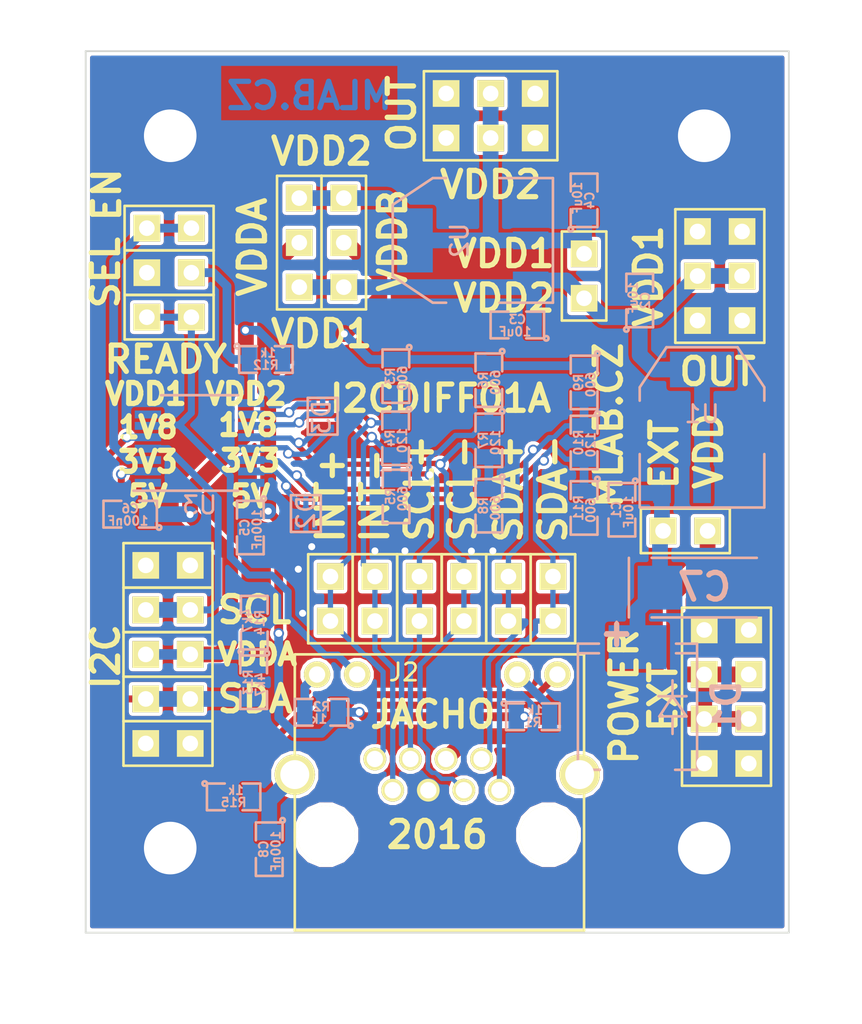
<source format=kicad_pcb>
(kicad_pcb (version 4) (host pcbnew "(2015-12-20 BZR 6390, Git 4e99c98)-product")
  (layers (0 F.Cu signal) (31 B.Cu signal) (34 B.Paste user) (35 F.Paste user) (36 B.SilkS user) (37 F.SilkS user) (38 B.Mask user) (39 F.Mask user) (44 Edge.Cuts user))
  (net 0 "")
  (net 1 VCC)
  (net 2 GND)
  (net 3 /VDD1)
  (net 4 /VDD2)
  (net 5 /VddB)
  (net 6 /VddA)
  (net 7 "Net-(J2-Pad12)")
  (net 8 /READY)
  (net 9 "Net-(J2-Pad10)")
  (net 10 /PIDENT)
  (net 11 /INT+)
  (net 12 /INT-)
  (net 13 /SCL-)
  (net 14 /SCL+)
  (net 15 /SDA+)
  (net 16 /SDA-)
  (net 17 "Net-(J14-Pad2)")
  (net 18 SDA)
  (net 19 SCL)
  (net 20 /EN)
  (net 21 VDD)
  (net 22 "Net-(C8-Pad1)")
  (module "Mlab_CON:RJHSE-5384(RJ45)" (layer F.Cu) (at 13.97 -5.842)
    (fp_text reference J2 (at 4.445 -9.271) (layer F.SilkS))
    (fp_text value RJ45_RJHSE-5384 hide)
    (pad "" np_thru_hole circle (at 0 0) (size 3.3 3.3) (drill 3.3) (layers *.Cu *.Mask F.SilkS))
    (pad "" np_thru_hole circle (at 12.7 0) (size 3.3 3.3) (drill 3.3) (layers *.Cu *.Mask F.SilkS))
    (pad 14 thru_hole circle (at 14.48 -3.43) (size 2.3 2.3) (drill 1.65) (layers *.Cu *.Mask F.SilkS))
    (pad 13 thru_hole circle (at -1.78 -3.43) (size 2.3 2.3) (drill 1.65) (layers *.Cu *.Mask F.SilkS) (net 22 "Net-(C8-Pad1)"))
    (pad 7 thru_hole circle (at 3.81 -2.54) (size 1.3 1.3) (drill 0.93) (layers *.Cu *.Mask F.SilkS) (net 12 /INT-))
    (pad 5 thru_hole circle (at 5.84 -2.54) (size 1.3 1.3) (drill 0.93) (layers *.Cu *.Mask F.SilkS) (net 2 GND))
    (pad 3 thru_hole circle (at 7.87 -2.54) (size 1.3 1.3) (drill 0.93) (layers *.Cu *.Mask F.SilkS) (net 13 /SCL-))
    (pad 1 thru_hole circle (at 9.9 -2.54) (size 1.3 1.3) (drill 0.93) (layers *.Cu *.Mask F.SilkS) (net 16 /SDA-))
    (pad 8 thru_hole circle (at 2.79 -4.32) (size 1.3 1.3) (drill 0.93) (layers *.Cu *.Mask F.SilkS) (net 11 /INT+))
    (pad 6 thru_hole circle (at 4.82 -4.32) (size 1.3 1.3) (drill 0.93) (layers *.Cu *.Mask F.SilkS) (net 14 /SCL+))
    (pad 4 thru_hole circle (at 6.85 -4.32) (size 1.3 1.3) (drill 0.93) (layers *.Cu *.Mask F.SilkS) (net 1 VCC))
    (pad 2 thru_hole circle (at 8.88 -4.32) (size 1.3 1.3) (drill 0.93) (layers *.Cu *.Mask F.SilkS) (net 15 /SDA+))
    (pad 9 thru_hole circle (at 13.21 -9.14) (size 1.5 1.5) (drill 0.93) (layers *.Cu *.Mask F.SilkS) (net 10 /PIDENT))
    (pad 10 thru_hole circle (at 10.92 -9.14) (size 1.5 1.5) (drill 0.93) (layers *.Cu *.Mask F.SilkS) (net 9 "Net-(J2-Pad10)"))
    (pad 11 thru_hole circle (at 1.78 -9.14) (size 1.5 1.5) (drill 0.93) (layers *.Cu *.Mask F.SilkS) (net 8 /READY))
    (pad 12 thru_hole circle (at -0.51 -9.14) (size 1.5 1.5) (drill 0.93) (layers *.Cu *.Mask F.SilkS) (net 7 "Net-(J2-Pad12)"))
  )
  (module Mlab_Pin_Headers:Straight_2x04 (layer F.Cu) (at 36.83 -13.716)
    (fp_text reference J1 hide)
    (fp_text value JUMP_4X2 hide)
    (pad 1 thru_hole rect (at -1.27 -3.81) (size 1.524 1.524) (drill 0.889) (layers *.Cu *.Mask F.SilkS) (net 2 GND))
    (pad 2 thru_hole rect (at 1.27 -3.81) (size 1.524 1.524) (drill 0.889) (layers *.Cu *.Mask F.SilkS) (net 2 GND))
    (pad 3 thru_hole rect (at -1.27 -1.27) (size 1.524 1.524) (drill 0.889) (layers *.Cu *.Mask F.SilkS) (net 1 VCC))
    (pad 4 thru_hole rect (at 1.27 -1.27) (size 1.524 1.524) (drill 0.889) (layers *.Cu *.Mask F.SilkS) (net 1 VCC))
    (pad 5 thru_hole rect (at -1.27 1.27) (size 1.524 1.524) (drill 0.889) (layers *.Cu *.Mask F.SilkS) (net 1 VCC))
    (pad 6 thru_hole rect (at 1.27 1.27) (size 1.524 1.524) (drill 0.889) (layers *.Cu *.Mask F.SilkS) (net 1 VCC))
    (pad 7 thru_hole rect (at -1.27 3.81) (size 1.524 1.524) (drill 0.889) (layers *.Cu *.Mask F.SilkS) (net 2 GND))
    (pad 8 thru_hole rect (at 1.27 3.81) (size 1.524 1.524) (drill 0.889) (layers *.Cu *.Mask F.SilkS) (net 2 GND))
  )
  (module MLAB_R:SMD-0805 (layer B.Cu) (at 30.861 -24.384 270)
    (fp_text reference C1 (at 0 0.3175 270) (layer B.SilkS) (effects (font (size 0.50038 0.50038) (thickness 0.10922)) (justify mirror)))
    (fp_text value 10uF (at 0.127 -0.381 270) (layer B.SilkS) (effects (font (size 0.50038 0.50038) (thickness 0.10922)) (justify mirror)))
    (pad 1 smd rect (at -0.9525 0 270) (size 0.889 1.397) (layers B.Cu B.Paste B.Mask) (net 21 VDD))
    (pad 2 smd rect (at 0.9525 0 270) (size 0.889 1.397) (layers B.Cu B.Paste B.Mask) (net 2 GND))
  )
  (module MLAB_R:SMD-0805 (layer B.Cu) (at 31.877 -36.322 90)
    (fp_text reference C2 (at 0 0.3175 90) (layer B.SilkS) (effects (font (size 0.50038 0.50038) (thickness 0.10922)) (justify mirror)))
    (fp_text value 10uF (at 0.127 -0.381 90) (layer B.SilkS) (effects (font (size 0.50038 0.50038) (thickness 0.10922)) (justify mirror)))
    (pad 1 smd rect (at -0.9525 0 90) (size 0.889 1.397) (layers B.Cu B.Paste B.Mask) (net 3 /VDD1))
    (pad 2 smd rect (at 0.9525 0 90) (size 0.889 1.397) (layers B.Cu B.Paste B.Mask) (net 2 GND))
  )
  (module MLAB_R:SMD-0805 (layer B.Cu) (at 24.892 -34.925 180)
    (fp_text reference C3 (at 0 0.3175 180) (layer B.SilkS) (effects (font (size 0.50038 0.50038) (thickness 0.10922)) (justify mirror)))
    (fp_text value 10uF (at 0.127 -0.381 180) (layer B.SilkS) (effects (font (size 0.50038 0.50038) (thickness 0.10922)) (justify mirror)))
    (pad 1 smd rect (at -0.9525 0 180) (size 0.889 1.397) (layers B.Cu B.Paste B.Mask) (net 3 /VDD1))
    (pad 2 smd rect (at 0.9525 0 180) (size 0.889 1.397) (layers B.Cu B.Paste B.Mask) (net 2 GND))
  )
  (module MLAB_R:SMD-0805 (layer B.Cu) (at 28.702 -42.037 90)
    (fp_text reference C4 (at 0 0.3175 90) (layer B.SilkS) (effects (font (size 0.50038 0.50038) (thickness 0.10922)) (justify mirror)))
    (fp_text value 10uF (at 0.127 -0.381 90) (layer B.SilkS) (effects (font (size 0.50038 0.50038) (thickness 0.10922)) (justify mirror)))
    (pad 1 smd rect (at -0.9525 0 90) (size 0.889 1.397) (layers B.Cu B.Paste B.Mask) (net 4 /VDD2))
    (pad 2 smd rect (at 0.9525 0 90) (size 0.889 1.397) (layers B.Cu B.Paste B.Mask) (net 2 GND))
  )
  (module MLAB_R:SMD-0805 (layer B.Cu) (at 2.794 -24.13 180)
    (fp_text reference C6 (at 0 0.3175 180) (layer B.SilkS) (effects (font (size 0.50038 0.50038) (thickness 0.10922)) (justify mirror)))
    (fp_text value 100nF (at 0.127 -0.381 180) (layer B.SilkS) (effects (font (size 0.50038 0.50038) (thickness 0.10922)) (justify mirror)))
    (pad 1 smd rect (at -0.9525 0 180) (size 0.889 1.397) (layers B.Cu B.Paste B.Mask) (net 6 /VddA))
    (pad 2 smd rect (at 0.9525 0 180) (size 0.889 1.397) (layers B.Cu B.Paste B.Mask) (net 2 GND))
  )
  (module Mlab_Pin_Headers:Straight_2x01 (layer F.Cu) (at 14.224 -19.304 90)
    (fp_text reference J4 hide)
    (fp_text value JUMP_2x1 hide)
    (pad 1 thru_hole rect (at -1.27 0 90) (size 1.524 1.524) (drill 0.889) (layers *.Cu *.Mask F.SilkS) (net 11 /INT+))
    (pad 2 thru_hole rect (at 1.27 0 90) (size 1.524 1.524) (drill 0.889) (layers *.Cu *.Mask F.SilkS) (net 11 /INT+))
  )
  (module Mlab_Pin_Headers:Straight_2x01 (layer F.Cu) (at 16.764 -19.304 90)
    (fp_text reference J5 hide)
    (fp_text value JUMP_2x1 hide)
    (pad 1 thru_hole rect (at -1.27 0 90) (size 1.524 1.524) (drill 0.889) (layers *.Cu *.Mask F.SilkS) (net 12 /INT-))
    (pad 2 thru_hole rect (at 1.27 0 90) (size 1.524 1.524) (drill 0.889) (layers *.Cu *.Mask F.SilkS) (net 12 /INT-))
  )
  (module Mlab_Pin_Headers:Straight_2x01 (layer F.Cu) (at 19.304 -19.304 90)
    (fp_text reference J6 hide)
    (fp_text value JUMP_2x1 hide)
    (pad 1 thru_hole rect (at -1.27 0 90) (size 1.524 1.524) (drill 0.889) (layers *.Cu *.Mask F.SilkS) (net 14 /SCL+))
    (pad 2 thru_hole rect (at 1.27 0 90) (size 1.524 1.524) (drill 0.889) (layers *.Cu *.Mask F.SilkS) (net 14 /SCL+))
  )
  (module Mlab_Pin_Headers:Straight_2x01 (layer F.Cu) (at 21.844 -19.304 90)
    (fp_text reference J7 hide)
    (fp_text value JUMP_2x1 hide)
    (pad 1 thru_hole rect (at -1.27 0 90) (size 1.524 1.524) (drill 0.889) (layers *.Cu *.Mask F.SilkS) (net 13 /SCL-))
    (pad 2 thru_hole rect (at 1.27 0 90) (size 1.524 1.524) (drill 0.889) (layers *.Cu *.Mask F.SilkS) (net 13 /SCL-))
  )
  (module Mlab_Pin_Headers:Straight_2x01 (layer F.Cu) (at 24.384 -19.304 90)
    (fp_text reference J8 hide)
    (fp_text value JUMP_2x1 hide)
    (pad 1 thru_hole rect (at -1.27 0 90) (size 1.524 1.524) (drill 0.889) (layers *.Cu *.Mask F.SilkS) (net 15 /SDA+))
    (pad 2 thru_hole rect (at 1.27 0 90) (size 1.524 1.524) (drill 0.889) (layers *.Cu *.Mask F.SilkS) (net 15 /SDA+))
  )
  (module Mlab_Pin_Headers:Straight_2x01 (layer F.Cu) (at 26.924 -19.304 90)
    (fp_text reference J9 hide)
    (fp_text value JUMP_2x1 hide)
    (pad 1 thru_hole rect (at -1.27 0 90) (size 1.524 1.524) (drill 0.889) (layers *.Cu *.Mask F.SilkS) (net 16 /SDA-))
    (pad 2 thru_hole rect (at 1.27 0 90) (size 1.524 1.524) (drill 0.889) (layers *.Cu *.Mask F.SilkS) (net 16 /SDA-))
  )
  (module Mlab_Pin_Headers:Straight_2x03 (layer F.Cu) (at 36.449 -37.719)
    (fp_text reference J10 hide)
    (fp_text value JUMP_3X2 hide)
    (pad 1 thru_hole rect (at -1.27 -2.54) (size 1.524 1.524) (drill 0.889) (layers *.Cu *.Mask F.SilkS) (net 2 GND))
    (pad 2 thru_hole rect (at 1.27 -2.54) (size 1.524 1.524) (drill 0.889) (layers *.Cu *.Mask F.SilkS) (net 2 GND))
    (pad 3 thru_hole rect (at -1.27 0) (size 1.524 1.524) (drill 0.889) (layers *.Cu *.Mask F.SilkS) (net 3 /VDD1))
    (pad 4 thru_hole rect (at 1.27 0) (size 1.524 1.524) (drill 0.889) (layers *.Cu *.Mask F.SilkS) (net 3 /VDD1))
    (pad 5 thru_hole rect (at -1.27 2.54) (size 1.524 1.524) (drill 0.889) (layers *.Cu *.Mask F.SilkS) (net 2 GND))
    (pad 6 thru_hole rect (at 1.27 2.54) (size 1.524 1.524) (drill 0.889) (layers *.Cu *.Mask F.SilkS) (net 2 GND))
  )
  (module Mlab_Pin_Headers:Straight_2x01 (layer F.Cu) (at 28.702 -37.719 270)
    (fp_text reference J11 hide)
    (fp_text value JUMP2_2x1 hide)
    (pad 1 thru_hole rect (at -1.27 0 270) (size 1.524 1.524) (drill 0.889) (layers *.Cu *.Mask F.SilkS) (net 4 /VDD2))
    (pad 2 thru_hole rect (at 1.27 0 270) (size 1.524 1.524) (drill 0.889) (layers *.Cu *.Mask F.SilkS) (net 3 /VDD1))
  )
  (module Mlab_Pin_Headers:Straight_1x03 (layer F.Cu) (at 14.986 -39.624)
    (fp_text reference J12 hide)
    (fp_text value CONN_3 hide)
    (pad 3 thru_hole rect (at 0 2.54) (size 1.524 1.524) (drill 0.889) (layers *.Cu *.Mask F.SilkS) (net 3 /VDD1))
    (pad 2 thru_hole rect (at 0 0) (size 1.524 1.524) (drill 0.889) (layers *.Cu *.Mask F.SilkS) (net 5 /VddB))
    (pad 1 thru_hole rect (at 0 -2.54) (size 1.524 1.524) (drill 0.889) (layers *.Cu *.Mask F.SilkS) (net 4 /VDD2))
  )
  (module Mlab_Pin_Headers:Straight_2x03 (layer F.Cu) (at 23.368 -46.863 90)
    (fp_text reference J13 hide)
    (fp_text value JUMP_3X2 hide)
    (pad 1 thru_hole rect (at -1.27 -2.54 90) (size 1.524 1.524) (drill 0.889) (layers *.Cu *.Mask F.SilkS) (net 2 GND))
    (pad 2 thru_hole rect (at 1.27 -2.54 90) (size 1.524 1.524) (drill 0.889) (layers *.Cu *.Mask F.SilkS) (net 2 GND))
    (pad 3 thru_hole rect (at -1.27 0 90) (size 1.524 1.524) (drill 0.889) (layers *.Cu *.Mask F.SilkS) (net 4 /VDD2))
    (pad 4 thru_hole rect (at 1.27 0 90) (size 1.524 1.524) (drill 0.889) (layers *.Cu *.Mask F.SilkS) (net 4 /VDD2))
    (pad 5 thru_hole rect (at -1.27 2.54 90) (size 1.524 1.524) (drill 0.889) (layers *.Cu *.Mask F.SilkS) (net 2 GND))
    (pad 6 thru_hole rect (at 1.27 2.54 90) (size 1.524 1.524) (drill 0.889) (layers *.Cu *.Mask F.SilkS) (net 2 GND))
  )
  (module Mlab_Pin_Headers:Straight_2x01 (layer F.Cu) (at 5.0165 -37.9095)
    (fp_text reference J14 hide)
    (fp_text value JUMP2_2x1 hide)
    (pad 1 thru_hole rect (at -1.27 0) (size 1.524 1.524) (drill 0.889) (layers *.Cu *.Mask F.SilkS) (net 2 GND))
    (pad 2 thru_hole rect (at 1.27 0) (size 1.524 1.524) (drill 0.889) (layers *.Cu *.Mask F.SilkS) (net 17 "Net-(J14-Pad2)"))
  )
  (module Mlab_Pin_Headers:Straight_1x02 (layer F.Cu) (at 5.0165 -40.4495 90)
    (fp_text reference J16 hide)
    (fp_text value EN hide)
    (pad 2 thru_hole rect (at 0 1.27 90) (size 1.524 1.524) (drill 0.889) (layers *.Cu *.Mask F.SilkS) (net 20 /EN))
    (pad 1 thru_hole rect (at 0 -1.27 90) (size 1.524 1.524) (drill 0.889) (layers *.Cu *.Mask F.SilkS) (net 20 /EN))
  )
  (module Mlab_Pin_Headers:Straight_1x02 (layer F.Cu) (at 4.953 -21.209 90)
    (fp_text reference J19 hide)
    (fp_text value JUMP_2x1 hide)
    (pad 2 thru_hole rect (at 0 1.27 90) (size 1.524 1.524) (drill 0.889) (layers *.Cu *.Mask F.SilkS) (net 2 GND))
    (pad 1 thru_hole rect (at 0 -1.27 90) (size 1.524 1.524) (drill 0.889) (layers *.Cu *.Mask F.SilkS) (net 2 GND))
  )
  (module Mlab_Pin_Headers:Straight_1x02 (layer F.Cu) (at 4.953 -13.589 90)
    (fp_text reference J20 hide)
    (fp_text value JUMP_2x1 hide)
    (pad 2 thru_hole rect (at 0 1.27 90) (size 1.524 1.524) (drill 0.889) (layers *.Cu *.Mask F.SilkS) (net 18 SDA))
    (pad 1 thru_hole rect (at 0 -1.27 90) (size 1.524 1.524) (drill 0.889) (layers *.Cu *.Mask F.SilkS) (net 18 SDA))
  )
  (module Mlab_Pin_Headers:Straight_1x02 (layer F.Cu) (at 4.953 -16.129 90)
    (fp_text reference J21 hide)
    (fp_text value JUMP_2x1 hide)
    (pad 2 thru_hole rect (at 0 1.27 90) (size 1.524 1.524) (drill 0.889) (layers *.Cu *.Mask F.SilkS) (net 6 /VddA))
    (pad 1 thru_hole rect (at 0 -1.27 90) (size 1.524 1.524) (drill 0.889) (layers *.Cu *.Mask F.SilkS) (net 6 /VddA))
  )
  (module Mlab_Pin_Headers:Straight_1x02 (layer F.Cu) (at 4.953 -18.669 90)
    (fp_text reference J22 hide)
    (fp_text value JUMP_2x1 hide)
    (pad 2 thru_hole rect (at 0 1.27 90) (size 1.524 1.524) (drill 0.889) (layers *.Cu *.Mask F.SilkS) (net 19 SCL))
    (pad 1 thru_hole rect (at 0 -1.27 90) (size 1.524 1.524) (drill 0.889) (layers *.Cu *.Mask F.SilkS) (net 19 SCL))
  )
  (module Mlab_Pin_Headers:Straight_1x02 (layer F.Cu) (at 4.953 -11.049 90)
    (fp_text reference J23 hide)
    (fp_text value JUMP_2x1 hide)
    (pad 2 thru_hole rect (at 0 1.27 90) (size 1.524 1.524) (drill 0.889) (layers *.Cu *.Mask F.SilkS) (net 2 GND))
    (pad 1 thru_hole rect (at 0 -1.27 90) (size 1.524 1.524) (drill 0.889) (layers *.Cu *.Mask F.SilkS) (net 2 GND))
  )
  (module Mlab_Mechanical:MountingHole_3mm (layer F.Cu) (at 5.08 -45.72)
    (fp_text reference M1 hide)
    (fp_text value HOLE hide)
    (pad 1 thru_hole circle (at 0 0) (size 6 6) (drill 3) (layers *.Cu *.Adhes *.Mask) (net 2 GND) (clearance 1))
  )
  (module Mlab_Mechanical:MountingHole_3mm (layer F.Cu) (at 35.56 -5.08)
    (fp_text reference M2 hide)
    (fp_text value HOLE hide)
    (pad 1 thru_hole circle (at 0 0) (size 6 6) (drill 3) (layers *.Cu *.Adhes *.Mask) (net 2 GND) (clearance 1))
  )
  (module Mlab_Mechanical:MountingHole_3mm (layer F.Cu) (at 5.08 -5.08)
    (fp_text reference M3 hide)
    (fp_text value HOLE hide)
    (pad 1 thru_hole circle (at 0 0) (size 6 6) (drill 3) (layers *.Cu *.Adhes *.Mask) (net 2 GND) (clearance 1))
  )
  (module Mlab_Mechanical:MountingHole_3mm (layer F.Cu) (at 35.56 -45.72)
    (fp_text reference M4 hide)
    (fp_text value HOLE hide)
    (pad 1 thru_hole circle (at 0 0) (size 6 6) (drill 3) (layers *.Cu *.Adhes *.Mask) (net 2 GND) (clearance 1))
  )
  (module MLAB_R:SMD-0805 (layer B.Cu) (at 25.781 -12.573)
    (fp_text reference R1 (at 0 0.3175) (layer B.SilkS) (effects (font (size 0.50038 0.50038) (thickness 0.10922)) (justify mirror)))
    (fp_text value 1k (at 0.127 -0.381) (layer B.SilkS) (effects (font (size 0.50038 0.50038) (thickness 0.10922)) (justify mirror)))
    (pad 1 smd rect (at -0.9525 0) (size 0.889 1.397) (layers B.Cu B.Paste B.Mask) (net 5 /VddB))
    (pad 2 smd rect (at 0.9525 0) (size 0.889 1.397) (layers B.Cu B.Paste B.Mask) (net 9 "Net-(J2-Pad10)"))
  )
  (module MLAB_R:SMD-0805 (layer B.Cu) (at 13.716 -12.827 180)
    (fp_text reference R2 (at 0 0.3175 180) (layer B.SilkS) (effects (font (size 0.50038 0.50038) (thickness 0.10922)) (justify mirror)))
    (fp_text value 1k (at 0.127 -0.381 180) (layer B.SilkS) (effects (font (size 0.50038 0.50038) (thickness 0.10922)) (justify mirror)))
    (pad 1 smd rect (at -0.9525 0 180) (size 0.889 1.397) (layers B.Cu B.Paste B.Mask) (net 5 /VddB))
    (pad 2 smd rect (at 0.9525 0 180) (size 0.889 1.397) (layers B.Cu B.Paste B.Mask) (net 7 "Net-(J2-Pad12)"))
  )
  (module MLAB_R:SMD-0805 (layer B.Cu) (at 17.9578 -32.004 270)
    (fp_text reference R3 (at 0 0.3175 270) (layer B.SilkS) (effects (font (size 0.50038 0.50038) (thickness 0.10922)) (justify mirror)))
    (fp_text value 600 (at 0.127 -0.381 270) (layer B.SilkS) (effects (font (size 0.50038 0.50038) (thickness 0.10922)) (justify mirror)))
    (pad 1 smd rect (at -0.9525 0 270) (size 0.889 1.397) (layers B.Cu B.Paste B.Mask) (net 5 /VddB))
    (pad 2 smd rect (at 0.9525 0 270) (size 0.889 1.397) (layers B.Cu B.Paste B.Mask) (net 11 /INT+))
  )
  (module MLAB_R:SMD-0805 (layer B.Cu) (at 17.9451 -28.4607 270)
    (fp_text reference R4 (at 0 0.3175 270) (layer B.SilkS) (effects (font (size 0.50038 0.50038) (thickness 0.10922)) (justify mirror)))
    (fp_text value 120 (at 0.127 -0.381 270) (layer B.SilkS) (effects (font (size 0.50038 0.50038) (thickness 0.10922)) (justify mirror)))
    (pad 1 smd rect (at -0.9525 0 270) (size 0.889 1.397) (layers B.Cu B.Paste B.Mask) (net 11 /INT+))
    (pad 2 smd rect (at 0.9525 0 270) (size 0.889 1.397) (layers B.Cu B.Paste B.Mask) (net 12 /INT-))
  )
  (module MLAB_R:SMD-0805 (layer B.Cu) (at 17.9705 -25.146 270)
    (fp_text reference R5 (at 0 0.3175 270) (layer B.SilkS) (effects (font (size 0.50038 0.50038) (thickness 0.10922)) (justify mirror)))
    (fp_text value 600 (at 0.127 -0.381 270) (layer B.SilkS) (effects (font (size 0.50038 0.50038) (thickness 0.10922)) (justify mirror)))
    (pad 1 smd rect (at -0.9525 0 270) (size 0.889 1.397) (layers B.Cu B.Paste B.Mask) (net 12 /INT-))
    (pad 2 smd rect (at 0.9525 0 270) (size 0.889 1.397) (layers B.Cu B.Paste B.Mask) (net 2 GND))
  )
  (module MLAB_R:SMD-0805 (layer B.Cu) (at 23.2664 -31.7754 270)
    (fp_text reference R6 (at 0 0.3175 270) (layer B.SilkS) (effects (font (size 0.50038 0.50038) (thickness 0.10922)) (justify mirror)))
    (fp_text value 600 (at 0.127 -0.381 270) (layer B.SilkS) (effects (font (size 0.50038 0.50038) (thickness 0.10922)) (justify mirror)))
    (pad 1 smd rect (at -0.9525 0 270) (size 0.889 1.397) (layers B.Cu B.Paste B.Mask) (net 5 /VddB))
    (pad 2 smd rect (at 0.9525 0 270) (size 0.889 1.397) (layers B.Cu B.Paste B.Mask) (net 14 /SCL+))
  )
  (module MLAB_R:SMD-0805 (layer B.Cu) (at 23.2664 -28.3464 270)
    (fp_text reference R7 (at 0 0.3175 270) (layer B.SilkS) (effects (font (size 0.50038 0.50038) (thickness 0.10922)) (justify mirror)))
    (fp_text value 120 (at 0.127 -0.381 270) (layer B.SilkS) (effects (font (size 0.50038 0.50038) (thickness 0.10922)) (justify mirror)))
    (pad 1 smd rect (at -0.9525 0 270) (size 0.889 1.397) (layers B.Cu B.Paste B.Mask) (net 14 /SCL+))
    (pad 2 smd rect (at 0.9525 0 270) (size 0.889 1.397) (layers B.Cu B.Paste B.Mask) (net 13 /SCL-))
  )
  (module MLAB_R:SMD-0805 (layer B.Cu) (at 23.2664 -24.6126 270)
    (fp_text reference R8 (at 0 0.3175 270) (layer B.SilkS) (effects (font (size 0.50038 0.50038) (thickness 0.10922)) (justify mirror)))
    (fp_text value 600 (at 0.127 -0.381 270) (layer B.SilkS) (effects (font (size 0.50038 0.50038) (thickness 0.10922)) (justify mirror)))
    (pad 1 smd rect (at -0.9525 0 270) (size 0.889 1.397) (layers B.Cu B.Paste B.Mask) (net 13 /SCL-))
    (pad 2 smd rect (at 0.9525 0 270) (size 0.889 1.397) (layers B.Cu B.Paste B.Mask) (net 2 GND))
  )
  (module MLAB_R:SMD-0805 (layer B.Cu) (at 28.702 -31.6484 270)
    (fp_text reference R9 (at 0 0.3175 270) (layer B.SilkS) (effects (font (size 0.50038 0.50038) (thickness 0.10922)) (justify mirror)))
    (fp_text value 600 (at 0.127 -0.381 270) (layer B.SilkS) (effects (font (size 0.50038 0.50038) (thickness 0.10922)) (justify mirror)))
    (pad 1 smd rect (at -0.9525 0 270) (size 0.889 1.397) (layers B.Cu B.Paste B.Mask) (net 5 /VddB))
    (pad 2 smd rect (at 0.9525 0 270) (size 0.889 1.397) (layers B.Cu B.Paste B.Mask) (net 15 /SDA+))
  )
  (module MLAB_R:SMD-0805 (layer B.Cu) (at 28.702 -28.2194 270)
    (fp_text reference R10 (at 0 0.3175 270) (layer B.SilkS) (effects (font (size 0.50038 0.50038) (thickness 0.10922)) (justify mirror)))
    (fp_text value 120 (at 0.127 -0.381 270) (layer B.SilkS) (effects (font (size 0.50038 0.50038) (thickness 0.10922)) (justify mirror)))
    (pad 1 smd rect (at -0.9525 0 270) (size 0.889 1.397) (layers B.Cu B.Paste B.Mask) (net 15 /SDA+))
    (pad 2 smd rect (at 0.9525 0 270) (size 0.889 1.397) (layers B.Cu B.Paste B.Mask) (net 16 /SDA-))
  )
  (module MLAB_R:SMD-0805 (layer B.Cu) (at 28.702 -24.4856 270)
    (fp_text reference R11 (at 0 0.3175 270) (layer B.SilkS) (effects (font (size 0.50038 0.50038) (thickness 0.10922)) (justify mirror)))
    (fp_text value 600 (at 0.127 -0.381 270) (layer B.SilkS) (effects (font (size 0.50038 0.50038) (thickness 0.10922)) (justify mirror)))
    (pad 1 smd rect (at -0.9525 0 270) (size 0.889 1.397) (layers B.Cu B.Paste B.Mask) (net 16 /SDA-))
    (pad 2 smd rect (at 0.9525 0 270) (size 0.889 1.397) (layers B.Cu B.Paste B.Mask) (net 2 GND))
  )
  (module MLAB_R:SMD-0805 (layer B.Cu) (at 10.541 -32.9565)
    (fp_text reference R12 (at 0 0.3175) (layer B.SilkS) (effects (font (size 0.50038 0.50038) (thickness 0.10922)) (justify mirror)))
    (fp_text value 1k (at 0.127 -0.381) (layer B.SilkS) (effects (font (size 0.50038 0.50038) (thickness 0.10922)) (justify mirror)))
    (pad 1 smd rect (at -0.9525 0) (size 0.889 1.397) (layers B.Cu B.Paste B.Mask) (net 17 "Net-(J14-Pad2)"))
    (pad 2 smd rect (at 0.9525 0) (size 0.889 1.397) (layers B.Cu B.Paste B.Mask) (net 6 /VddA))
  )
  (module MLAB_R:SMD-0805 (layer B.Cu) (at 9.87552 -17.94002 90)
    (fp_text reference R14 (at 0 0.3175 90) (layer B.SilkS) (effects (font (size 0.50038 0.50038) (thickness 0.10922)) (justify mirror)))
    (fp_text value 4k7 (at 0.127 -0.381 90) (layer B.SilkS) (effects (font (size 0.50038 0.50038) (thickness 0.10922)) (justify mirror)))
    (pad 1 smd rect (at -0.9525 0 90) (size 0.889 1.397) (layers B.Cu B.Paste B.Mask) (net 6 /VddA))
    (pad 2 smd rect (at 0.9525 0 90) (size 0.889 1.397) (layers B.Cu B.Paste B.Mask) (net 19 SCL))
  )
  (module MLAB_IO:SOT-223 (layer B.Cu) (at 35.433 -29.083 180)
    (fp_text reference U1 (at 0 0.762 180) (layer B.SilkS) (effects (justify mirror)))
    (fp_text value "LM1117 5V" hide)
    (pad 4 smd rect (at 0 3.302 180) (size 3.6576 2.032) (layers B.Cu B.Paste B.Mask) (net 3 /VDD1))
    (pad 2 smd rect (at 0 -3.302 180) (size 1.016 2.032) (layers B.Cu B.Paste B.Mask) (net 3 /VDD1))
    (pad 3 smd rect (at 2.286 -3.302 180) (size 1.016 2.032) (layers B.Cu B.Paste B.Mask) (net 21 VDD))
    (pad 1 smd rect (at -2.286 -3.302 180) (size 1.016 2.032) (layers B.Cu B.Paste B.Mask) (net 2 GND))
  )
  (module MLAB_IO:SOT-223 (layer B.Cu) (at 22.352 -39.751 270)
    (fp_text reference U2 (at 0 0.762 270) (layer B.SilkS) (effects (justify mirror)))
    (fp_text value "LM1117 3V3")
    (pad 4 smd rect (at 0 3.302 270) (size 3.6576 2.032) (layers B.Cu B.Paste B.Mask) (net 4 /VDD2))
    (pad 2 smd rect (at 0 -3.302 270) (size 1.016 2.032) (layers B.Cu B.Paste B.Mask) (net 4 /VDD2))
    (pad 3 smd rect (at 2.286 -3.302 270) (size 1.016 2.032) (layers B.Cu B.Paste B.Mask) (net 3 /VDD1))
    (pad 1 smd rect (at -2.286 -3.302 270) (size 1.016 2.032) (layers B.Cu B.Paste B.Mask) (net 2 GND))
  )
  (module Housings_SSOP:TSSOP-16_4.4x5mm_Pitch0.65mm (layer B.Cu) (at 6.7564 -28.194)
    (fp_text reference U3 (at 0 3.55) (layer B.SilkS) (effects (justify mirror)))
    (fp_text value PCA9616)
    (pad 1 smd rect (at -2.95 2.275) (size 1.5 0.45) (layers B.Cu B.Paste B.Mask) (net 6 /VddA))
    (pad 2 smd rect (at -2.95 1.625) (size 1.5 0.45) (layers B.Cu B.Paste B.Mask) (net 18 SDA))
    (pad 3 smd rect (at -2.95 0.975) (size 1.5 0.45) (layers B.Cu B.Paste B.Mask) (net 20 /EN))
    (pad 4 smd rect (at -2.95 0.325) (size 1.5 0.45) (layers B.Cu B.Paste B.Mask) (net 19 SCL))
    (pad 5 smd rect (at -2.95 -0.325) (size 1.5 0.45) (layers B.Cu B.Paste B.Mask) (net 10 /PIDENT))
    (pad 6 smd rect (at -2.95 -0.975) (size 1.5 0.45) (layers B.Cu B.Paste B.Mask) (net 8 /READY))
    (pad 7 smd rect (at -2.95 -1.625) (size 1.5 0.45) (layers B.Cu B.Paste B.Mask))
    (pad 8 smd rect (at -2.95 -2.275) (size 1.5 0.45) (layers B.Cu B.Paste B.Mask) (net 2 GND))
    (pad 9 smd rect (at 2.95 -2.275) (size 1.5 0.45) (layers B.Cu B.Paste B.Mask) (net 17 "Net-(J14-Pad2)"))
    (pad 10 smd rect (at 2.95 -1.625) (size 1.5 0.45) (layers B.Cu B.Paste B.Mask) (net 11 /INT+))
    (pad 11 smd rect (at 2.95 -0.975) (size 1.5 0.45) (layers B.Cu B.Paste B.Mask) (net 12 /INT-))
    (pad 12 smd rect (at 2.95 -0.325) (size 1.5 0.45) (layers B.Cu B.Paste B.Mask) (net 13 /SCL-))
    (pad 13 smd rect (at 2.95 0.325) (size 1.5 0.45) (layers B.Cu B.Paste B.Mask) (net 14 /SCL+))
    (pad 14 smd rect (at 2.95 0.975) (size 1.5 0.45) (layers B.Cu B.Paste B.Mask) (net 15 /SDA+))
    (pad 15 smd rect (at 2.95 1.625) (size 1.5 0.45) (layers B.Cu B.Paste B.Mask) (net 16 /SDA-))
    (pad 16 smd rect (at 2.95 2.275) (size 1.5 0.45) (layers B.Cu B.Paste B.Mask) (net 5 /VddB))
  )
  (module MLAB_C:TantalC_SizeC_Reflow (layer B.Cu) (at 35.56 -19.939)
    (fp_text reference C7 (at 0.0127 -0.0381) (layer B.SilkS) (effects (font (thickness 0.3048)) (justify mirror)))
    (fp_text value 47uF hide)
    (fp_text user + (at -4.99872 2.55016) (layer B.SilkS) (effects (font (thickness 0.3048)) (justify mirror)))
    (pad 2 smd rect (at 2.52476 0) (size 2.55016 2.49936) (layers B.Cu B.Paste B.Mask) (net 2 GND))
    (pad 1 smd rect (at -2.52476 0) (size 2.55016 2.49936) (layers B.Cu B.Paste B.Mask) (net 21 VDD))
  )
  (module MLAB_R:SMD-0805 (layer B.Cu) (at 9.652 -23.368 270)
    (fp_text reference C5 (at 0 0.3175 270) (layer B.SilkS) (effects (font (size 0.50038 0.50038) (thickness 0.10922)) (justify mirror)))
    (fp_text value 100nF (at 0.127 -0.381 270) (layer B.SilkS) (effects (font (size 0.50038 0.50038) (thickness 0.10922)) (justify mirror)))
    (pad 1 smd rect (at -0.9525 0 270) (size 0.889 1.397) (layers B.Cu B.Paste B.Mask) (net 5 /VddB))
    (pad 2 smd rect (at 0.9525 0 270) (size 0.889 1.397) (layers B.Cu B.Paste B.Mask) (net 2 GND))
  )
  (module MLAB_IO:SOT-553 (layer B.Cu) (at 12.82192 -24.16556 90)
    (fp_text reference D2 (at 0.0635 0 90) (layer B.SilkS) (effects (justify mirror)))
    (fp_text value SP1001-04XTG hide)
    (pad 1 smd rect (at -0.70104 0.50038 90) (size 0.44958 0.29972) (layers B.Cu B.Paste B.Mask))
    (pad 3 smd rect (at -0.70104 -0.50038 90) (size 0.44958 0.29972) (layers B.Cu B.Paste B.Mask))
    (pad 5 smd rect (at 0.70104 0.50038 90) (size 0.44958 0.29972) (layers B.Cu B.Paste B.Mask) (net 15 /SDA+))
    (pad 2 smd rect (at -0.70104 0 90) (size 0.44958 0.29972) (layers B.Cu B.Paste B.Mask) (net 2 GND))
    (pad 4 smd rect (at 0.70104 -0.50038 90) (size 0.44958 0.29972) (layers B.Cu B.Paste B.Mask) (net 16 /SDA-))
  )
  (module MLAB_IO:SOT-553 (layer B.Cu) (at 13.7795 -29.718 270)
    (fp_text reference D3 (at 0.0635 0.0635 270) (layer B.SilkS) (effects (justify mirror)))
    (fp_text value SP1001-04XTG hide)
    (pad 1 smd rect (at -0.70104 0.50038 270) (size 0.44958 0.29972) (layers B.Cu B.Paste B.Mask) (net 11 /INT+))
    (pad 3 smd rect (at -0.70104 -0.50038 270) (size 0.44958 0.29972) (layers B.Cu B.Paste B.Mask) (net 12 /INT-))
    (pad 5 smd rect (at 0.70104 0.50038 270) (size 0.44958 0.29972) (layers B.Cu B.Paste B.Mask) (net 13 /SCL-))
    (pad 2 smd rect (at -0.70104 0 270) (size 0.44958 0.29972) (layers B.Cu B.Paste B.Mask) (net 2 GND))
    (pad 4 smd rect (at 0.70104 -0.50038 270) (size 0.44958 0.29972) (layers B.Cu B.Paste B.Mask) (net 14 /SCL+))
  )
  (module Mlab_Pin_Headers:Straight_1x03 (layer F.Cu) (at 12.446 -39.624)
    (fp_text reference J15 hide)
    (fp_text value CONN_3 hide)
    (pad 3 thru_hole rect (at 0 2.54) (size 1.524 1.524) (drill 0.889) (layers *.Cu *.Mask F.SilkS) (net 3 /VDD1))
    (pad 2 thru_hole rect (at 0 0) (size 1.524 1.524) (drill 0.889) (layers *.Cu *.Mask F.SilkS) (net 6 /VddA))
    (pad 1 thru_hole rect (at 0 -2.54) (size 1.524 1.524) (drill 0.889) (layers *.Cu *.Mask F.SilkS) (net 4 /VDD2))
  )
  (module Mlab_Pin_Headers:Straight_2x01 (layer F.Cu) (at 34.4805 -23.1775)
    (fp_text reference J17 hide)
    (fp_text value JUMP2_2x1 hide)
    (pad 1 thru_hole rect (at -1.27 0) (size 1.524 1.524) (drill 0.889) (layers *.Cu *.Mask F.SilkS) (net 21 VDD))
    (pad 2 thru_hole rect (at 1.27 0) (size 1.524 1.524) (drill 0.889) (layers *.Cu *.Mask F.SilkS) (net 1 VCC))
  )
  (module MLAB_R:SMD-0805 (layer B.Cu) (at 9.8425 -14.5415 270)
    (fp_text reference R13 (at 0 0.3175 270) (layer B.SilkS) (effects (font (size 0.50038 0.50038) (thickness 0.10922)) (justify mirror)))
    (fp_text value 4k7 (at 0.127 -0.381 270) (layer B.SilkS) (effects (font (size 0.50038 0.50038) (thickness 0.10922)) (justify mirror)))
    (pad 1 smd rect (at -0.9525 0 270) (size 0.889 1.397) (layers B.Cu B.Paste B.Mask) (net 6 /VddA))
    (pad 2 smd rect (at 0.9525 0 270) (size 0.889 1.397) (layers B.Cu B.Paste B.Mask) (net 18 SDA))
  )
  (module Mlab_Pin_Headers:Straight_1x02 (layer F.Cu) (at 5.0165 -35.3695 90)
    (fp_text reference J3 hide)
    (fp_text value JUMP_2x1 hide)
    (pad 2 thru_hole rect (at 0 1.27 90) (size 1.524 1.524) (drill 0.889) (layers *.Cu *.Mask F.SilkS) (net 8 /READY))
    (pad 1 thru_hole rect (at 0 -1.27 90) (size 1.524 1.524) (drill 0.889) (layers *.Cu *.Mask F.SilkS) (net 8 /READY))
  )
  (module Mlab_R:SMD-0805 (layer B.Cu) (at 10.7315 -5.0165 270)
    (fp_text reference C8 (at 0 0.3175 270) (layer B.SilkS) (effects (font (size 0.50038 0.50038) (thickness 0.10922)) (justify mirror)))
    (fp_text value 100nF (at 0.127 -0.381 270) (layer B.SilkS) (effects (font (size 0.50038 0.50038) (thickness 0.10922)) (justify mirror)))
    (pad 1 smd rect (at -0.9525 0 270) (size 0.889 1.397) (layers B.Cu B.Paste B.Mask) (net 22 "Net-(C8-Pad1)"))
    (pad 2 smd rect (at 0.9525 0 270) (size 0.889 1.397) (layers B.Cu B.Paste B.Mask) (net 2 GND))
  )
  (module Mlab_R:SMD-0805 (layer B.Cu) (at 8.6995 -8.001)
    (fp_text reference R15 (at 0 0.3175) (layer B.SilkS) (effects (font (size 0.50038 0.50038) (thickness 0.10922)) (justify mirror)))
    (fp_text value 1k (at 0.127 -0.381) (layer B.SilkS) (effects (font (size 0.50038 0.50038) (thickness 0.10922)) (justify mirror)))
    (pad 1 smd rect (at -0.9525 0) (size 0.889 1.397) (layers B.Cu B.Paste B.Mask) (net 2 GND))
    (pad 2 smd rect (at 0.9525 0) (size 0.889 1.397) (layers B.Cu B.Paste B.Mask) (net 22 "Net-(C8-Pad1)"))
  )
  (module Mlab_D:Diode-SMC_Standard (layer B.Cu) (at 31.75 -13.1445 90)
    (fp_text reference D1 (at 0 5.08 90) (layer B.SilkS) (effects (font (thickness 0.3048)) (justify mirror)))
    (fp_text value SM15T18A hide)
    (pad 1 smd rect (at -3.40106 0) (size 3.29946 2.49936) (layers B.Cu B.Paste B.Mask) (net 2 GND))
    (pad 2 smd rect (at 3.40106 0) (size 3.29946 2.49936) (layers B.Cu B.Paste B.Mask) (net 21 VDD))
  )
  (gr_text READY (at 4.826 -32.9565) (layer F.SilkS) (effects (font (size 1.5 1.5) (thickness 0.3))))
  (gr_text SCL- (at 21.7805 -22.4155 90) (layer F.SilkS) (effects (font (size 1.5 1.5) (thickness 0.3)) (justify left)))
  (gr_text EXT (at 33.2105 -13.716 90) (layer F.SilkS) (effects (font (size 1.5 1.5) (thickness 0.3))))
  (gr_text SCL+ (at 19.304 -22.4155 90) (layer F.SilkS) (effects (font (size 1.5 1.5) (thickness 0.3)) (justify left)))
  (gr_text 2016 (at 20.32 -5.842) (layer F.SilkS) (effects (font (size 1.5 1.5) (thickness 0.3))))
  (gr_text MLAB.CZ (at 13.0175 -48.006) (layer B.Cu) (effects (font (size 1.5 1.5) (thickness 0.3)) (justify mirror)))
  (gr_text JACHO (at 20.066 -12.7) (layer F.SilkS) (effects (font (size 1.5 1.5) (thickness 0.3))))
  (gr_text 5V (at 9.652 -25.146) (layer F.SilkS) (effects (font (size 1.2 1.2) (thickness 0.3))))
  (gr_text 3V3 (at 9.652 -27.178) (layer F.SilkS) (effects (font (size 1.2 1.2) (thickness 0.3))))
  (gr_text 1V8 (at 9.525 -29.21) (layer F.SilkS) (effects (font (size 1.2 1.2) (thickness 0.3))))
  (gr_text 5V (at 3.81 -25.146) (layer F.SilkS) (effects (font (size 1.2 1.2) (thickness 0.3))))
  (gr_text 3V3 (at 3.81 -27.1145) (layer F.SilkS) (effects (font (size 1.2 1.2) (thickness 0.3))))
  (gr_text 1V8 (at 3.81 -29.083) (layer F.SilkS) (effects (font (size 1.2 1.2) (thickness 0.3))))
  (gr_text VDD1 (at 3.683 -30.988) (layer F.SilkS) (effects (font (size 1.2 1.2) (thickness 0.3))))
  (gr_text VDD2 (at 9.398 -30.988) (layer F.SilkS) (effects (font (size 1.2 1.2) (thickness 0.3))))
  (gr_text MLAB.CZ (at 30.099 -29.21 90) (layer F.SilkS) (effects (font (size 1.5 1.5) (thickness 0.3))))
  (gr_text I2CDIFF01A (at 20.5105 -30.734) (layer F.SilkS) (effects (font (size 1.5 1.5) (thickness 0.3))))
  (gr_text VDD2 (at 27.178 -36.449) (layer F.SilkS) (effects (font (size 1.5 1.5) (thickness 0.3)) (justify right)))
  (gr_text VDD1 (at 27.178 -38.989) (layer F.SilkS) (effects (font (size 1.5 1.5) (thickness 0.3)) (justify right)))
  (gr_text VDD (at 35.814 -25.4 90) (layer F.SilkS) (effects (font (size 1.5 1.5) (thickness 0.3)) (justify left)))
  (gr_text EXT (at 33.274 -25.4 90) (layer F.SilkS) (effects (font (size 1.5 1.5) (thickness 0.3)) (justify left)))
  (gr_text SDA (at 7.62 -13.589) (layer F.SilkS) (effects (font (size 1.5 1.5) (thickness 0.3)) (justify left)))
  (gr_text VDDA (at 7.62 -16.129) (layer F.SilkS) (effects (font (size 1.2 1.2) (thickness 0.3)) (justify left)))
  (gr_text SCL (at 7.62 -18.669) (layer F.SilkS) (effects (font (size 1.5 1.5) (thickness 0.3)) (justify left)))
  (gr_text I2C (at 1.397 -16.002 90) (layer F.SilkS) (effects (font (size 1.5 1.5) (thickness 0.3))))
  (gr_text SDA- (at 26.924 -22.352 90) (layer F.SilkS) (effects (font (size 1.5 1.5) (thickness 0.3)) (justify left)))
  (gr_text SDA+ (at 24.384 -22.352 90) (layer F.SilkS) (effects (font (size 1.5 1.5) (thickness 0.3)) (justify left)))
  (gr_text INT- (at 16.764 -22.352 90) (layer F.SilkS) (effects (font (size 1.5 1.5) (thickness 0.3)) (justify left)))
  (gr_text INT+ (at 14.224 -22.352 90) (layer F.SilkS) (effects (font (size 1.5 1.5) (thickness 0.3)) (justify left)))
  (gr_text OUT (at 36.322 -32.258) (layer F.SilkS) (effects (font (size 1.5 1.5) (thickness 0.3))))
  (gr_text OUT (at 18.288 -46.99 90) (layer F.SilkS) (effects (font (size 1.5 1.5) (thickness 0.3))))
  (gr_text POWER (at 30.988 -13.716 90) (layer F.SilkS) (effects (font (size 1.5 1.5) (thickness 0.3))))
  (gr_text VDD1 (at 32.385 -37.719 90) (layer F.SilkS) (effects (font (size 1.5 1.5) (thickness 0.3))))
  (gr_text VDD2 (at 23.368 -42.926) (layer F.SilkS) (effects (font (size 1.5 1.5) (thickness 0.3))))
  (gr_text VDDB (at 17.78 -39.751 90) (layer F.SilkS) (effects (font (size 1.5 1.5) (thickness 0.3))))
  (gr_text VDDA (at 9.779 -39.37 90) (layer F.SilkS) (effects (font (size 1.5 1.5) (thickness 0.3))))
  (gr_text VDD2 (at 13.716 -44.831) (layer F.SilkS) (effects (font (size 1.5 1.5) (thickness 0.3))))
  (gr_text VDD1 (at 13.716 -34.417) (layer F.SilkS) (effects (font (size 1.5 1.5) (thickness 0.3))))
  (gr_text SEL (at 1.397 -37.9095 90) (layer F.SilkS) (effects (font (size 1.5 1.5) (thickness 0.3))))
  (gr_text EN (at 1.4605 -42.3545 90) (layer F.SilkS) (effects (font (size 1.5 1.5) (thickness 0.3))))
  (gr_line (start 0.254 -50.546) (end 0.254 -0.254) (angle 90) (layer Edge.Cuts) (width 0.1))
  (gr_line (start 40.386 -50.546) (end 0.254 -50.546) (angle 90) (layer Edge.Cuts) (width 0.1))
  (gr_line (start 40.386 -0.254) (end 40.386 -50.546) (angle 90) (layer Edge.Cuts) (width 0.1))
  (gr_line (start 0.254 -0.254) (end 40.386 -0.254) (angle 90) (layer Edge.Cuts) (width 0.1))
  (segment (start 33.898 -12.446) (end 35.56 -12.446) (width 0.9) (layer F.Cu) (net 1))
  (segment (start 32.914001 -11.462001) (end 33.898 -12.446) (width 0.9) (layer F.Cu) (net 1))
  (segment (start 22.120001 -11.462001) (end 32.914001 -11.462001) (width 0.9) (layer F.Cu) (net 1))
  (segment (start 20.82 -10.162) (end 22.120001 -11.462001) (width 0.9) (layer F.Cu) (net 1))
  (segment (start 35.56 -12.446) (end 38.1 -12.446) (width 0.9) (layer F.Cu) (net 1))
  (segment (start 35.56 -12.446) (end 35.56 -14.986) (width 0.9) (layer F.Cu) (net 1))
  (segment (start 35.56 -14.986) (end 38.1 -14.986) (width 0.9) (layer F.Cu) (net 1))
  (segment (start 35.7505 -21.5155) (end 35.7505 -23.1775) (width 0.9) (layer F.Cu) (net 1))
  (segment (start 33.8455 -19.6105) (end 35.7505 -21.5155) (width 0.9) (layer F.Cu) (net 1))
  (segment (start 33.8455 -15.494) (end 33.8455 -19.6105) (width 0.9) (layer F.Cu) (net 1))
  (segment (start 34.3535 -14.986) (end 33.8455 -15.494) (width 0.9) (layer F.Cu) (net 1))
  (segment (start 35.56 -14.986) (end 34.3535 -14.986) (width 0.9) (layer F.Cu) (net 1))
  (segment (start 23.495 -22.0345) (end 22.281735 -22.0345) (width 0.4) (layer F.Cu) (net 2))
  (segment (start 22.281735 -22.0345) (end 22.271434 -22.024199) (width 0.4) (layer F.Cu) (net 2))
  (via (at 22.271434 -22.024199) (size 0.6) (drill 0.4) (layers F.Cu B.Cu) (net 2))
  (segment (start 23.2664 -23.6601) (end 23.2664 -22.2631) (width 0.4) (layer B.Cu) (net 2))
  (segment (start 23.2664 -22.2631) (end 23.495 -22.0345) (width 0.4) (layer B.Cu) (net 2))
  (via (at 23.495 -22.0345) (size 0.6) (drill 0.4) (layers F.Cu B.Cu) (net 2))
  (segment (start 12.6365 -18.4785) (end 12.6365 -21.7551) (width 0.3) (layer F.Cu) (net 2))
  (segment (start 13.0175 -22.4155) (end 13.1572 -22.2758) (width 0.3) (layer B.Cu) (net 2))
  (segment (start 9.652 -22.4155) (end 13.0175 -22.4155) (width 0.3) (layer B.Cu) (net 2))
  (segment (start 12.857201 -21.975801) (end 13.1572 -22.2758) (width 0.3) (layer F.Cu) (net 2))
  (segment (start 12.6365 -21.7551) (end 12.857201 -21.975801) (width 0.3) (layer F.Cu) (net 2))
  (via (at 13.1572 -22.2758) (size 0.6) (drill 0.4) (layers F.Cu B.Cu) (net 2))
  (segment (start 12.6365 -20.74418) (end 12.39012 -20.99056) (width 0.3) (layer B.Cu) (net 2))
  (segment (start 12.6365 -18.4785) (end 12.6365 -20.74418) (width 0.3) (layer B.Cu) (net 2))
  (via (at 12.39012 -20.99056) (size 0.6) (drill 0.4) (layers F.Cu B.Cu) (net 2))
  (segment (start 23.2664 -23.6601) (end 23.2664 -23.4569) (width 0.3) (layer B.Cu) (net 2))
  (segment (start 23.2664 -23.4569) (end 21.844 -22.0345) (width 0.3) (layer B.Cu) (net 2))
  (segment (start 18.4785 -22.0345) (end 16.764 -22.0345) (width 0.3) (layer F.Cu) (net 2))
  (via (at 16.764 -22.0345) (size 0.6) (drill 0.4) (layers F.Cu B.Cu) (net 2))
  (segment (start 17.9705 -24.1935) (end 17.9705 -22.5425) (width 0.3) (layer B.Cu) (net 2))
  (segment (start 17.9705 -22.5425) (end 18.4785 -22.0345) (width 0.3) (layer B.Cu) (net 2))
  (via (at 18.4785 -22.0345) (size 0.6) (drill 0.4) (layers F.Cu B.Cu) (net 2))
  (via (at 12.6365 -18.4785) (size 0.6) (drill 0.4) (layers F.Cu B.Cu) (net 2))
  (segment (start 31.877 -35.3695) (end 31.877 -33.2122) (width 0.9) (layer B.Cu) (net 3))
  (segment (start 31.877 -33.2122) (end 32.7042 -32.385) (width 0.9) (layer B.Cu) (net 3))
  (segment (start 32.7042 -32.385) (end 35.433 -32.385) (width 0.9) (layer B.Cu) (net 3))
  (segment (start 35.433 -25.781) (end 35.433 -32.385) (width 0.9) (layer B.Cu) (net 3))
  (segment (start 14.986 -37.084) (end 25.273 -37.084) (width 0.9) (layer B.Cu) (net 3))
  (segment (start 25.273 -37.084) (end 25.654 -37.465) (width 0.9) (layer B.Cu) (net 3))
  (segment (start 12.446 -37.084) (end 14.986 -37.084) (width 0.9) (layer B.Cu) (net 3))
  (segment (start 32.8295 -35.3695) (end 31.877 -35.3695) (width 0.9) (layer B.Cu) (net 3))
  (segment (start 35.179 -37.719) (end 32.8295 -35.3695) (width 0.9) (layer B.Cu) (net 3))
  (segment (start 29.7815 -35.3695) (end 28.702 -36.449) (width 0.9) (layer B.Cu) (net 3))
  (segment (start 31.877 -35.3695) (end 29.7815 -35.3695) (width 0.9) (layer B.Cu) (net 3))
  (segment (start 27.686 -37.465) (end 28.702 -36.449) (width 0.9) (layer B.Cu) (net 3))
  (segment (start 25.654 -37.465) (end 27.686 -37.465) (width 0.9) (layer B.Cu) (net 3))
  (segment (start 25.8445 -37.2745) (end 25.654 -37.465) (width 0.9) (layer B.Cu) (net 3))
  (segment (start 25.8445 -34.925) (end 25.8445 -37.2745) (width 0.9) (layer B.Cu) (net 3))
  (segment (start 35.179 -37.719) (end 37.719 -37.719) (width 0.9) (layer B.Cu) (net 3))
  (segment (start 25.654 -39.751) (end 23.368 -39.751) (width 0.9) (layer B.Cu) (net 4))
  (segment (start 23.368 -39.751) (end 19.05 -39.751) (width 0.9) (layer B.Cu) (net 4))
  (segment (start 23.368 -45.593) (end 23.368 -43.931) (width 0.9) (layer B.Cu) (net 4))
  (segment (start 23.368 -43.931) (end 23.368 -39.751) (width 0.9) (layer B.Cu) (net 4))
  (segment (start 19.05 -40.5765) (end 17.4625 -42.164) (width 0.9) (layer B.Cu) (net 4))
  (segment (start 17.4625 -42.164) (end 14.986 -42.164) (width 0.9) (layer B.Cu) (net 4))
  (segment (start 19.05 -39.751) (end 19.05 -40.5765) (width 0.9) (layer B.Cu) (net 4))
  (segment (start 25.654 -39.751) (end 28.687783 -39.751) (width 0.9) (layer B.Cu) (net 4))
  (segment (start 28.687783 -39.751) (end 28.702 -39.765217) (width 0.9) (layer B.Cu) (net 4))
  (segment (start 28.702 -39.765217) (end 28.702 -38.989) (width 0.9) (layer B.Cu) (net 4))
  (segment (start 28.702 -41.0845) (end 28.702 -39.765217) (width 0.9) (layer B.Cu) (net 4))
  (segment (start 23.368 -48.133) (end 23.368 -45.593) (width 0.9) (layer B.Cu) (net 4))
  (segment (start 12.446 -42.164) (end 14.986 -42.164) (width 0.9) (layer B.Cu) (net 4))
  (segment (start 14.588738 -34.417) (end 10.673078 -30.50134) (width 0.9) (layer F.Cu) (net 5))
  (segment (start 15.013002 -34.417) (end 14.588738 -34.417) (width 0.9) (layer F.Cu) (net 5))
  (segment (start 11.27252 -17.33296) (end 11.27252 -23.703278) (width 0.5) (layer F.Cu) (net 5))
  (segment (start 9.652 -24.3205) (end 9.66978 -24.30272) (width 0.9) (layer B.Cu) (net 5))
  (segment (start 10.248814 -24.30272) (end 10.673078 -24.30272) (width 0.9) (layer B.Cu) (net 5))
  (segment (start 10.673078 -30.50134) (end 10.673078 -24.726984) (width 0.9) (layer F.Cu) (net 5))
  (segment (start 10.973077 -24.002721) (end 10.673078 -24.30272) (width 0.5) (layer F.Cu) (net 5))
  (segment (start 10.673078 -24.726984) (end 10.673078 -24.30272) (width 0.9) (layer F.Cu) (net 5))
  (segment (start 9.66978 -24.30272) (end 10.248814 -24.30272) (width 0.9) (layer B.Cu) (net 5))
  (segment (start 11.27252 -23.703278) (end 10.973077 -24.002721) (width 0.5) (layer F.Cu) (net 5))
  (via (at 10.673078 -24.30272) (size 0.6) (drill 0.4) (layers F.Cu B.Cu) (net 5))
  (segment (start 11.27252 -16.908696) (end 11.27252 -17.33296) (width 0.5) (layer B.Cu) (net 5))
  (segment (start 11.27252 -12.524656) (end 11.27252 -16.908696) (width 0.5) (layer B.Cu) (net 5))
  (segment (start 13.724 -11.6285) (end 12.168676 -11.6285) (width 0.5) (layer B.Cu) (net 5))
  (segment (start 14.6685 -12.573) (end 13.724 -11.6285) (width 0.5) (layer B.Cu) (net 5))
  (segment (start 14.6685 -12.827) (end 14.6685 -12.573) (width 0.5) (layer B.Cu) (net 5))
  (segment (start 12.168676 -11.6285) (end 11.27252 -12.524656) (width 0.5) (layer B.Cu) (net 5))
  (via (at 11.27252 -17.33296) (size 0.6) (drill 0.4) (layers F.Cu B.Cu) (net 5))
  (segment (start 9.7064 -25.919) (end 9.7064 -24.3749) (width 0.25) (layer B.Cu) (net 5))
  (segment (start 9.7064 -24.3749) (end 9.652 -24.3205) (width 0.25) (layer B.Cu) (net 5))
  (segment (start 25.273 -12.573) (end 16.129 -12.573) (width 0.5) (layer F.Cu) (net 5))
  (segment (start 16.129 -12.573) (end 15.875 -12.827) (width 0.5) (layer F.Cu) (net 5))
  (segment (start 24.8285 -12.573) (end 25.273 -12.573) (width 0.5) (layer B.Cu) (net 5))
  (via (at 25.273 -12.573) (size 0.6) (drill 0.4) (layers F.Cu B.Cu) (net 5))
  (segment (start 14.6685 -12.827) (end 15.875 -12.827) (width 0.5) (layer B.Cu) (net 5))
  (via (at 15.875 -12.827) (size 0.6) (drill 0.4) (layers F.Cu B.Cu) (net 5))
  (segment (start 28.702 -32.6009) (end 23.3934 -32.6009) (width 0.5) (layer B.Cu) (net 5))
  (segment (start 23.3934 -32.6009) (end 23.2664 -32.7279) (width 0.5) (layer B.Cu) (net 5))
  (segment (start 17.9578 -32.9565) (end 23.0378 -32.9565) (width 0.5) (layer B.Cu) (net 5))
  (segment (start 23.0378 -32.9565) (end 23.2664 -32.7279) (width 0.5) (layer B.Cu) (net 5))
  (segment (start 17.9578 -32.9565) (end 16.473502 -32.9565) (width 0.5) (layer B.Cu) (net 5))
  (via (at 15.013002 -34.417) (size 0.6) (drill 0.4) (layers F.Cu B.Cu) (net 5))
  (segment (start 16.473502 -32.9565) (end 15.013002 -34.417) (width 0.5) (layer B.Cu) (net 5))
  (segment (start 17.018 -37.746002) (end 17.018 -36.421998) (width 0.9) (layer F.Cu) (net 5))
  (segment (start 17.018 -36.421998) (end 15.013002 -34.417) (width 0.9) (layer F.Cu) (net 5))
  (segment (start 14.986 -39.624) (end 15.140002 -39.624) (width 0.9) (layer F.Cu) (net 5))
  (segment (start 15.140002 -39.624) (end 17.018 -37.746002) (width 0.9) (layer F.Cu) (net 5))
  (segment (start 9.652 -24.3205) (end 9.652 -25.665) (width 0.9) (layer B.Cu) (net 5))
  (segment (start 9.652 -25.665) (end 9.680999 -25.693999) (width 0.9) (layer B.Cu) (net 5))
  (segment (start 9.680999 -25.693999) (end 9.7064 -25.693999) (width 0.9) (layer B.Cu) (net 5))
  (segment (start 8.498949 -21.823572) (end 6.512839 -23.809682) (width 0.9) (layer F.Cu) (net 6))
  (segment (start 8.498949 -16.742949) (end 8.498949 -21.823572) (width 0.9) (layer F.Cu) (net 6))
  (segment (start 7.885 -16.129) (end 8.498949 -16.742949) (width 0.9) (layer F.Cu) (net 6))
  (segment (start 6.223 -16.129) (end 7.885 -16.129) (width 0.9) (layer F.Cu) (net 6))
  (segment (start 6.192521 -24.13) (end 6.21284 -24.109681) (width 0.9) (layer B.Cu) (net 6))
  (segment (start 6.512839 -23.809682) (end 6.21284 -24.109681) (width 0.9) (layer F.Cu) (net 6))
  (segment (start 3.7465 -24.13) (end 6.192521 -24.13) (width 0.9) (layer B.Cu) (net 6))
  (via (at 6.21284 -24.109681) (size 0.6) (drill 0.4) (layers F.Cu B.Cu) (net 6))
  (segment (start 9.398 -34.63964) (end 9.398 -28.67152) (width 0.9) (layer F.Cu) (net 6))
  (segment (start 9.398 -28.67152) (end 6.21284 -25.48636) (width 0.9) (layer F.Cu) (net 6))
  (segment (start 6.21284 -25.48636) (end 6.21284 -24.15032) (width 0.9) (layer F.Cu) (net 6))
  (segment (start 9.796864 -34.625278) (end 9.3726 -34.625278) (width 0.5) (layer B.Cu) (net 6))
  (segment (start 10.078722 -34.625278) (end 9.796864 -34.625278) (width 0.5) (layer B.Cu) (net 6))
  (segment (start 11.4935 -33.2105) (end 10.078722 -34.625278) (width 0.5) (layer B.Cu) (net 6))
  (segment (start 11.4935 -32.9565) (end 11.4935 -33.2105) (width 0.5) (layer B.Cu) (net 6))
  (segment (start 9.386962 -34.63964) (end 9.3726 -34.625278) (width 0.5) (layer F.Cu) (net 6))
  (segment (start 9.398 -34.63964) (end 9.386962 -34.63964) (width 0.5) (layer F.Cu) (net 6))
  (via (at 9.3726 -34.625278) (size 0.6) (drill 0.4) (layers F.Cu B.Cu) (net 6))
  (segment (start 8.70204 -16.129) (end 9.017 -16.129) (width 0.6) (layer B.Cu) (net 6))
  (segment (start 6.223 -16.129) (end 8.70204 -16.129) (width 0.6) (layer B.Cu) (net 6))
  (segment (start 8.70204 -16.129) (end 9.2075 -16.129) (width 0.6) (layer B.Cu) (net 6))
  (segment (start 9.2075 -16.129) (end 9.8425 -15.494) (width 0.6) (layer B.Cu) (net 6))
  (segment (start 9.017 -16.129) (end 9.87552 -16.98752) (width 0.6) (layer B.Cu) (net 6))
  (segment (start 9.398 -36.730002) (end 9.398 -34.63964) (width 0.9) (layer F.Cu) (net 6))
  (segment (start 12.446 -39.624) (end 12.291998 -39.624) (width 0.9) (layer F.Cu) (net 6))
  (segment (start 12.291998 -39.624) (end 9.398 -36.730002) (width 0.9) (layer F.Cu) (net 6))
  (segment (start 3.7465 -24.13) (end 3.7465 -25.784099) (width 0.6) (layer B.Cu) (net 6))
  (segment (start 3.7465 -25.784099) (end 3.8064 -25.843999) (width 0.6) (layer B.Cu) (net 6))
  (segment (start 3.8735 -24.257) (end 3.7465 -24.13) (width 0.6) (layer B.Cu) (net 6))
  (segment (start 6.223 -16.129) (end 3.683 -16.129) (width 0.6) (layer B.Cu) (net 6))
  (segment (start 12.7635 -12.827) (end 12.7635 -14.2855) (width 0.5) (layer B.Cu) (net 7))
  (segment (start 12.7635 -14.2855) (end 13.46 -14.982) (width 0.5) (layer B.Cu) (net 7))
  (segment (start 6.2865 -35.3695) (end 3.7465 -35.3695) (width 0.4) (layer B.Cu) (net 8))
  (segment (start 5.594714 -29.223288) (end 6.2865 -29.915074) (width 0.4) (layer B.Cu) (net 8))
  (segment (start 6.2865 -29.915074) (end 6.2865 -35.3695) (width 0.4) (layer B.Cu) (net 8))
  (segment (start 13.925783 -16.088215) (end 14.643785 -16.088215) (width 0.4) (layer B.Cu) (net 8))
  (segment (start 5.594714 -29.223288) (end 8.509 -26.309002) (width 0.4) (layer B.Cu) (net 8))
  (segment (start 8.509 -26.309002) (end 8.509 -21.695498) (width 0.4) (layer B.Cu) (net 8))
  (segment (start 11.811 -18.202998) (end 13.925783 -16.088215) (width 0.4) (layer B.Cu) (net 8))
  (segment (start 4.876401 -29.193999) (end 4.90569 -29.223288) (width 0.4) (layer B.Cu) (net 8))
  (segment (start 8.509 -21.695498) (end 9.547997 -20.656501) (width 0.4) (layer B.Cu) (net 8))
  (segment (start 15.000001 -15.731999) (end 15.75 -14.982) (width 0.4) (layer B.Cu) (net 8))
  (segment (start 14.643785 -16.088215) (end 15.000001 -15.731999) (width 0.4) (layer B.Cu) (net 8))
  (segment (start 11.811 -19.706502) (end 11.811 -18.202998) (width 0.4) (layer B.Cu) (net 8))
  (segment (start 9.547997 -20.656501) (end 10.861001 -20.656501) (width 0.4) (layer B.Cu) (net 8))
  (segment (start 4.90569 -29.223288) (end 5.594714 -29.223288) (width 0.4) (layer B.Cu) (net 8))
  (segment (start 3.831399 -29.193999) (end 4.876401 -29.193999) (width 0.4) (layer B.Cu) (net 8))
  (segment (start 3.8064 -29.169) (end 3.831399 -29.193999) (width 0.4) (layer B.Cu) (net 8))
  (segment (start 10.861001 -20.656501) (end 11.811 -19.706502) (width 0.4) (layer B.Cu) (net 8))
  (segment (start 26.7335 -12.573) (end 26.7335 -13.1385) (width 0.5) (layer B.Cu) (net 9))
  (segment (start 26.7335 -13.1385) (end 24.89 -14.982) (width 0.5) (layer B.Cu) (net 9))
  (segment (start 3.8064 -28.519) (end 2.60108 -28.519) (width 0.4) (layer B.Cu) (net 10))
  (segment (start 2.300961 -28.219121) (end 2.60096 -28.51912) (width 0.4) (layer F.Cu) (net 10))
  (segment (start 1.585999 -27.504159) (end 2.300961 -28.219121) (width 0.4) (layer F.Cu) (net 10))
  (segment (start 2.835998 -9.652) (end 1.585999 -10.901999) (width 0.4) (layer F.Cu) (net 10))
  (segment (start 13.577999 -13.831999) (end 9.398 -9.652) (width 0.4) (layer F.Cu) (net 10))
  (segment (start 26.029999 -13.831999) (end 13.577999 -13.831999) (width 0.4) (layer F.Cu) (net 10))
  (segment (start 27.18 -14.982) (end 26.029999 -13.831999) (width 0.4) (layer F.Cu) (net 10))
  (via (at 2.60096 -28.51912) (size 0.6) (drill 0.4) (layers F.Cu B.Cu) (net 10))
  (segment (start 1.585999 -10.901999) (end 1.585999 -27.504159) (width 0.4) (layer F.Cu) (net 10))
  (segment (start 2.60108 -28.519) (end 2.60096 -28.51912) (width 0.4) (layer B.Cu) (net 10))
  (segment (start 9.398 -9.652) (end 2.835998 -9.652) (width 0.4) (layer F.Cu) (net 10))
  (segment (start 12.165362 -30.237591) (end 11.865363 -29.937592) (width 0.3) (layer B.Cu) (net 11))
  (segment (start 12.165362 -30.237591) (end 11.865363 -29.937592) (width 0.3) (layer F.Cu) (net 11))
  (segment (start 9.7064 -29.819) (end 11.746771 -29.819) (width 0.3) (layer B.Cu) (net 11))
  (segment (start 15.626594 -30.257911) (end 12.185682 -30.257911) (width 0.3) (layer F.Cu) (net 11))
  (segment (start 11.746771 -29.819) (end 11.865363 -29.937592) (width 0.3) (layer B.Cu) (net 11))
  (segment (start 16.540751 -29.343754) (end 15.626594 -30.257911) (width 0.3) (layer F.Cu) (net 11))
  (segment (start 13.27912 -30.41904) (end 12.346811 -30.41904) (width 0.3) (layer B.Cu) (net 11))
  (via (at 11.865363 -29.937592) (size 0.6) (drill 0.4) (layers F.Cu B.Cu) (net 11))
  (segment (start 12.346811 -30.41904) (end 12.165362 -30.237591) (width 0.3) (layer B.Cu) (net 11))
  (segment (start 12.185682 -30.257911) (end 12.165362 -30.237591) (width 0.3) (layer F.Cu) (net 11))
  (segment (start 14.224 -20.574) (end 15.54988 -21.89988) (width 0.3) (layer B.Cu) (net 11))
  (segment (start 15.54988 -21.89988) (end 15.54988 -28.41752) (width 0.3) (layer B.Cu) (net 11))
  (segment (start 15.54988 -28.41752) (end 16.476114 -29.343754) (width 0.3) (layer B.Cu) (net 11))
  (segment (start 16.476114 -29.343754) (end 16.540751 -29.343754) (width 0.3) (layer B.Cu) (net 11))
  (via (at 16.540751 -29.343754) (size 0.6) (drill 0.4) (layers F.Cu B.Cu) (net 11))
  (segment (start 17.621654 -29.343754) (end 16.965015 -29.343754) (width 0.3) (layer B.Cu) (net 11))
  (segment (start 16.965015 -29.343754) (end 16.540751 -29.343754) (width 0.3) (layer B.Cu) (net 11))
  (segment (start 17.6911 -29.4132) (end 17.621654 -29.343754) (width 0.3) (layer B.Cu) (net 11))
  (segment (start 14.224 -18.034) (end 14.224 -20.574) (width 0.3) (layer B.Cu) (net 11))
  (segment (start 18.1991 -29.4132) (end 17.9451 -29.4132) (width 0.3) (layer B.Cu) (net 11))
  (segment (start 16.76 -10.162) (end 17.230001 -10.632001) (width 0.3) (layer B.Cu) (net 11))
  (segment (start 16.175999 -16.082001) (end 14.224 -18.034) (width 0.3) (layer B.Cu) (net 11))
  (segment (start 17.230001 -10.632001) (end 17.230001 -15.130001) (width 0.3) (layer B.Cu) (net 11))
  (segment (start 17.230001 -15.130001) (end 16.278001 -16.082001) (width 0.3) (layer B.Cu) (net 11))
  (segment (start 16.278001 -16.082001) (end 16.175999 -16.082001) (width 0.3) (layer B.Cu) (net 11))
  (segment (start 17.9451 -29.4132) (end 17.9451 -31.0388) (width 0.5) (layer B.Cu) (net 11))
  (segment (start 17.9451 -31.0388) (end 17.9578 -31.0515) (width 0.5) (layer B.Cu) (net 11))
  (segment (start 14.27988 -30.41904) (end 14.279361 -30.418521) (width 0.3) (layer B.Cu) (net 12))
  (segment (start 14.279361 -30.418521) (end 14.279361 -29.914249) (width 0.3) (layer B.Cu) (net 12))
  (segment (start 14.279361 -29.914249) (end 14.209361 -29.844249) (width 0.3) (layer B.Cu) (net 12))
  (segment (start 12.849259 -29.844249) (end 12.6492 -29.64419) (width 0.3) (layer B.Cu) (net 12))
  (segment (start 14.209361 -29.844249) (end 12.849259 -29.844249) (width 0.3) (layer B.Cu) (net 12))
  (segment (start 12.6492 -29.64419) (end 12.6492 -29.62656) (width 0.3) (layer B.Cu) (net 12))
  (segment (start 12.6492 -29.62656) (end 12.436723 -29.414083) (width 0.3) (layer B.Cu) (net 12))
  (segment (start 12.436723 -29.414083) (end 12.436723 -29.366232) (width 0.3) (layer B.Cu) (net 12))
  (segment (start 12.436723 -29.366232) (end 12.818971 -29.74848) (width 0.3) (layer F.Cu) (net 12))
  (segment (start 12.818971 -29.74848) (end 15.20952 -29.74848) (width 0.3) (layer F.Cu) (net 12))
  (segment (start 15.20952 -29.74848) (end 16.428615 -28.529385) (width 0.3) (layer F.Cu) (net 12))
  (segment (start 16.428615 -28.529385) (end 16.581013 -28.529385) (width 0.3) (layer F.Cu) (net 12))
  (segment (start 17.6911 -27.5082) (end 17.602198 -27.5082) (width 0.3) (layer B.Cu) (net 12))
  (segment (start 16.281014 -28.229386) (end 16.581013 -28.529385) (width 0.3) (layer B.Cu) (net 12))
  (segment (start 16.108401 -28.056773) (end 16.281014 -28.229386) (width 0.3) (layer B.Cu) (net 12))
  (segment (start 16.764 -20.574) (end 16.108401 -21.229599) (width 0.3) (layer B.Cu) (net 12))
  (via (at 16.581013 -28.529385) (size 0.6) (drill 0.4) (layers F.Cu B.Cu) (net 12))
  (segment (start 16.108401 -21.229599) (end 16.108401 -28.056773) (width 0.3) (layer B.Cu) (net 12))
  (segment (start 16.881012 -28.229386) (end 16.581013 -28.529385) (width 0.3) (layer B.Cu) (net 12))
  (segment (start 17.602198 -27.5082) (end 16.881012 -28.229386) (width 0.3) (layer B.Cu) (net 12))
  (segment (start 16.764 -18.034) (end 16.764 -20.574) (width 0.3) (layer B.Cu) (net 12))
  (segment (start 18.1991 -27.5082) (end 17.9451 -27.5082) (width 0.3) (layer B.Cu) (net 12))
  (segment (start 17.9705 -26.0985) (end 17.9705 -27.4828) (width 0.5) (layer B.Cu) (net 12))
  (segment (start 17.9705 -27.4828) (end 17.9451 -27.5082) (width 0.5) (layer B.Cu) (net 12))
  (segment (start 17.78 -15.357806) (end 16.764 -16.373806) (width 0.3) (layer B.Cu) (net 12))
  (segment (start 16.764 -16.373806) (end 16.764 -18.034) (width 0.3) (layer B.Cu) (net 12))
  (segment (start 17.78 -8.382) (end 17.78 -15.357806) (width 0.3) (layer B.Cu) (net 12))
  (segment (start 12.138386 -29.234001) (end 12.270617 -29.366232) (width 0.3) (layer B.Cu) (net 12))
  (via (at 12.436723 -29.366232) (size 0.6) (drill 0.4) (layers F.Cu B.Cu) (net 12))
  (segment (start 11.143399 -29.234001) (end 12.138386 -29.234001) (width 0.3) (layer B.Cu) (net 12))
  (segment (start 9.7064 -29.169) (end 11.078398 -29.169) (width 0.3) (layer B.Cu) (net 12))
  (segment (start 11.078398 -29.169) (end 11.143399 -29.234001) (width 0.3) (layer B.Cu) (net 12))
  (segment (start 12.270617 -29.366232) (end 12.436723 -29.366232) (width 0.3) (layer B.Cu) (net 12))
  (segment (start 17.9578 -27.4955) (end 17.9451 -27.5082) (width 0.5) (layer B.Cu) (net 12))
  (segment (start 23.0124 -27.3939) (end 22.3349 -28.0714) (width 0.3) (layer B.Cu) (net 13))
  (segment (start 22.3349 -28.0714) (end 21.58739 -28.0714) (width 0.3) (layer B.Cu) (net 13))
  (segment (start 20.882428 -27.366438) (end 20.49352 -26.97753) (width 0.3) (layer B.Cu) (net 13))
  (segment (start 21.58739 -28.0714) (end 20.882428 -27.366438) (width 0.3) (layer B.Cu) (net 13))
  (segment (start 12.472462 -28.150647) (end 12.421421 -28.201688) (width 0.3) (layer B.Cu) (net 13))
  (segment (start 12.63575 -28.150647) (end 12.472462 -28.150647) (width 0.3) (layer B.Cu) (net 13))
  (segment (start 13.27912 -29.01696) (end 13.27912 -28.794017) (width 0.3) (layer B.Cu) (net 13))
  (segment (start 13.27912 -28.794017) (end 12.63575 -28.150647) (width 0.3) (layer B.Cu) (net 13))
  (segment (start 20.49352 -26.97753) (end 20.253442 -26.97753) (width 0.3) (layer F.Cu) (net 13))
  (segment (start 20.253442 -26.97753) (end 20.204481 -27.026491) (width 0.3) (layer F.Cu) (net 13))
  (segment (start 20.204481 -27.026491) (end 19.580479 -27.026491) (width 0.3) (layer F.Cu) (net 13))
  (segment (start 19.580479 -27.026491) (end 19.531518 -26.97753) (width 0.3) (layer F.Cu) (net 13))
  (segment (start 19.531518 -26.97753) (end 13.433447 -26.97753) (width 0.3) (layer F.Cu) (net 13))
  (segment (start 12.421421 -27.989556) (end 12.421421 -28.201688) (width 0.3) (layer F.Cu) (net 13))
  (segment (start 13.433447 -26.97753) (end 12.421421 -27.989556) (width 0.3) (layer F.Cu) (net 13))
  (via (at 20.49352 -26.97753) (size 0.6) (drill 0.4) (layers F.Cu B.Cu) (net 13))
  (segment (start 21.636888 -21.534492) (end 20.849 -22.32238) (width 0.3) (layer B.Cu) (net 13))
  (segment (start 21.844 -20.574) (end 21.844 -21.489631) (width 0.3) (layer B.Cu) (net 13))
  (segment (start 20.849 -26.409918) (end 20.49352 -26.765398) (width 0.3) (layer B.Cu) (net 13))
  (segment (start 21.844 -21.489631) (end 21.799139 -21.534492) (width 0.3) (layer B.Cu) (net 13))
  (segment (start 21.799139 -21.534492) (end 21.636888 -21.534492) (width 0.3) (layer B.Cu) (net 13))
  (segment (start 20.849 -22.32238) (end 20.849 -26.409918) (width 0.3) (layer B.Cu) (net 13))
  (segment (start 20.49352 -26.765398) (end 20.49352 -26.97753) (width 0.3) (layer B.Cu) (net 13))
  (via (at 12.421421 -28.201688) (size 0.6) (drill 0.4) (layers F.Cu B.Cu) (net 13))
  (segment (start 11.941977 -28.469) (end 12.209289 -28.201688) (width 0.3) (layer B.Cu) (net 13))
  (segment (start 10.8814 -28.469) (end 11.941977 -28.469) (width 0.3) (layer B.Cu) (net 13))
  (segment (start 9.7064 -28.519) (end 10.8314 -28.519) (width 0.3) (layer B.Cu) (net 13))
  (segment (start 10.8314 -28.519) (end 10.8814 -28.469) (width 0.3) (layer B.Cu) (net 13))
  (segment (start 12.209289 -28.201688) (end 12.421421 -28.201688) (width 0.3) (layer B.Cu) (net 13))
  (segment (start 23.2664 -27.3939) (end 23.0124 -27.3939) (width 0.3) (layer B.Cu) (net 13))
  (segment (start 23.2664 -25.5651) (end 23.2664 -27.3939) (width 0.5) (layer B.Cu) (net 13))
  (segment (start 19.790001 -10.642001) (end 19.790001 -9.618119) (width 0.25) (layer B.Cu) (net 13))
  (segment (start 19.790001 -9.618119) (end 20.033581 -9.374539) (width 0.25) (layer B.Cu) (net 13))
  (segment (start 20.033581 -9.374539) (end 20.236781 -9.374539) (width 0.25) (layer B.Cu) (net 13))
  (segment (start 21.84 -8.382) (end 21.190001 -9.031999) (width 0.25) (layer B.Cu) (net 13))
  (segment (start 21.190001 -9.031999) (end 20.579321 -9.031999) (width 0.25) (layer B.Cu) (net 13))
  (segment (start 20.579321 -9.031999) (end 20.236781 -9.374539) (width 0.25) (layer B.Cu) (net 13))
  (segment (start 19.339999 -11.092003) (end 19.790001 -10.642001) (width 0.3) (layer B.Cu) (net 13))
  (segment (start 19.339999 -15.529999) (end 19.339999 -11.092003) (width 0.3) (layer B.Cu) (net 13))
  (segment (start 21.844 -18.034) (end 21.844 -20.574) (width 0.3) (layer B.Cu) (net 13))
  (segment (start 19.339999 -15.529999) (end 19.692908 -15.882908) (width 0.3) (layer B.Cu) (net 13))
  (segment (start 19.692908 -15.882908) (end 21.844 -18.034) (width 0.3) (layer B.Cu) (net 13))
  (segment (start 23.0124 -29.2989) (end 22.3349 -28.6214) (width 0.3) (layer B.Cu) (net 14))
  (segment (start 22.3349 -28.6214) (end 21.359574 -28.6214) (width 0.3) (layer B.Cu) (net 14))
  (segment (start 19.843519 -26.665529) (end 19.89248 -26.616568) (width 0.3) (layer B.Cu) (net 14))
  (segment (start 21.359574 -28.6214) (end 20.365705 -27.627531) (width 0.3) (layer B.Cu) (net 14))
  (segment (start 20.365705 -27.627531) (end 20.181519 -27.627531) (width 0.3) (layer B.Cu) (net 14))
  (segment (start 20.181519 -27.627531) (end 19.843519 -27.289531) (width 0.3) (layer B.Cu) (net 14))
  (segment (start 19.843519 -27.289531) (end 19.843519 -26.665529) (width 0.3) (layer B.Cu) (net 14))
  (segment (start 19.89248 -26.616568) (end 19.89248 -26.37649) (width 0.3) (layer B.Cu) (net 14))
  (segment (start 14.27988 -29.01696) (end 12.863568 -27.600648) (width 0.3) (layer B.Cu) (net 14))
  (segment (start 12.863568 -27.600648) (end 12.782383 -27.600648) (width 0.3) (layer B.Cu) (net 14))
  (segment (start 12.10942 -27.551687) (end 12.060459 -27.600648) (width 0.3) (layer B.Cu) (net 14))
  (segment (start 12.782383 -27.600648) (end 12.733422 -27.551687) (width 0.3) (layer B.Cu) (net 14))
  (segment (start 12.733422 -27.551687) (end 12.10942 -27.551687) (width 0.3) (layer B.Cu) (net 14))
  (segment (start 12.060459 -27.600648) (end 11.820381 -27.600648) (width 0.3) (layer B.Cu) (net 14))
  (segment (start 19.89248 -26.37649) (end 19.841439 -26.427531) (width 0.3) (layer F.Cu) (net 14))
  (segment (start 19.841439 -26.427531) (end 13.20563 -26.427531) (width 0.3) (layer F.Cu) (net 14))
  (segment (start 13.20563 -26.427531) (end 12.032513 -27.600648) (width 0.3) (layer F.Cu) (net 14))
  (segment (start 12.032513 -27.600648) (end 11.820381 -27.600648) (width 0.3) (layer F.Cu) (net 14))
  (via (at 19.89248 -26.37649) (size 0.6) (drill 0.4) (layers F.Cu B.Cu) (net 14))
  (segment (start 19.304 -20.574) (end 19.304 -21.717) (width 0.3) (layer B.Cu) (net 14))
  (segment (start 19.304 -21.717) (end 20.299 -22.712) (width 0.3) (layer B.Cu) (net 14))
  (segment (start 20.299 -22.712) (end 20.299 -26.136076) (width 0.3) (layer B.Cu) (net 14))
  (segment (start 20.299 -26.136076) (end 20.058586 -26.37649) (width 0.3) (layer B.Cu) (net 14))
  (segment (start 20.058586 -26.37649) (end 19.89248 -26.37649) (width 0.3) (layer B.Cu) (net 14))
  (via (at 11.820381 -27.600648) (size 0.6) (drill 0.4) (layers F.Cu B.Cu) (net 14))
  (segment (start 9.7064 -27.869) (end 10.8314 -27.869) (width 0.3) (layer B.Cu) (net 14))
  (segment (start 10.8314 -27.869) (end 10.8814 -27.919) (width 0.3) (layer B.Cu) (net 14))
  (segment (start 10.8814 -27.919) (end 11.714161 -27.919) (width 0.3) (layer B.Cu) (net 14))
  (segment (start 11.714161 -27.919) (end 11.820381 -27.81278) (width 0.3) (layer B.Cu) (net 14))
  (segment (start 11.820381 -27.81278) (end 11.820381 -27.600648) (width 0.3) (layer B.Cu) (net 14))
  (segment (start 14.27988 -29.01696) (end 14.27988 -28.94203) (width 0.3) (layer B.Cu) (net 14))
  (segment (start 19.304 -18.034) (end 19.304 -20.574) (width 0.3) (layer B.Cu) (net 14))
  (segment (start 18.79 -15.757817) (end 19.304 -16.271817) (width 0.3) (layer B.Cu) (net 14))
  (segment (start 18.79 -10.162) (end 18.79 -15.757817) (width 0.3) (layer B.Cu) (net 14))
  (segment (start 19.304 -16.271817) (end 19.304 -18.034) (width 0.3) (layer B.Cu) (net 14))
  (segment (start 9.7064 -27.869) (end 9.781399 -27.943999) (width 0.3) (layer B.Cu) (net 14))
  (segment (start 23.2664 -29.2989) (end 23.0124 -29.2989) (width 0.3) (layer B.Cu) (net 14))
  (segment (start 23.2664 -29.2989) (end 23.2664 -30.8229) (width 0.5) (layer B.Cu) (net 14))
  (segment (start 12.30202 -26.33552) (end 13.3223 -25.31524) (width 0.3) (layer B.Cu) (net 15))
  (segment (start 13.3223 -25.31524) (end 13.3223 -24.8666) (width 0.3) (layer B.Cu) (net 15))
  (segment (start 25.849021 -27.847061) (end 25.79798 -27.79602) (width 0.3) (layer F.Cu) (net 15))
  (segment (start 24.384 -18.034) (end 24.384 -20.574) (width 0.3) (layer B.Cu) (net 15))
  (segment (start 25.379 -17.893908) (end 23.320001 -15.834909) (width 0.3) (layer B.Cu) (net 15))
  (segment (start 23.320001 -15.834909) (end 23.320001 -15.817807) (width 0.3) (layer B.Cu) (net 15))
  (segment (start 23.320001 -15.817807) (end 23.240008 -15.737814) (width 0.3) (layer B.Cu) (net 15))
  (segment (start 23.240009 -14.226185) (end 23.320001 -14.146193) (width 0.3) (layer B.Cu) (net 15))
  (segment (start 23.240008 -15.737814) (end 23.240009 -14.226185) (width 0.3) (layer B.Cu) (net 15))
  (segment (start 23.320001 -14.146193) (end 23.320001 -10.632001) (width 0.3) (layer B.Cu) (net 15))
  (segment (start 23.320001 -10.632001) (end 22.85 -10.162) (width 0.3) (layer B.Cu) (net 15))
  (segment (start 24.384 -18.034) (end 25.379 -18.034) (width 0.3) (layer B.Cu) (net 15))
  (segment (start 25.379 -18.034) (end 25.379 -17.893908) (width 0.3) (layer B.Cu) (net 15))
  (segment (start 24.384 -20.574) (end 24.384 -21.717) (width 0.3) (layer B.Cu) (net 15))
  (segment (start 24.384 -21.717) (end 25.379 -22.712) (width 0.3) (layer B.Cu) (net 15))
  (segment (start 25.379 -22.712) (end 25.379 -27.164908) (width 0.3) (layer B.Cu) (net 15))
  (segment (start 25.379 -27.164908) (end 25.79798 -27.583888) (width 0.3) (layer B.Cu) (net 15))
  (segment (start 25.79798 -27.583888) (end 25.79798 -27.79602) (width 0.3) (layer B.Cu) (net 15))
  (segment (start 25.79798 -27.79602) (end 26.010112 -27.79602) (width 0.3) (layer B.Cu) (net 15))
  (segment (start 26.010112 -27.79602) (end 26.708492 -28.4944) (width 0.3) (layer B.Cu) (net 15))
  (segment (start 26.708492 -28.4944) (end 26.97675 -28.4944) (width 0.3) (layer B.Cu) (net 15))
  (segment (start 26.97675 -28.4944) (end 27.65425 -29.1719) (width 0.3) (layer B.Cu) (net 15))
  (segment (start 27.65425 -29.1719) (end 28.702 -29.1719) (width 0.3) (layer B.Cu) (net 15))
  (via (at 25.79798 -27.79602) (size 0.6) (drill 0.4) (layers F.Cu B.Cu) (net 15))
  (segment (start 12.877408 -25.548) (end 23.762092 -25.548) (width 0.3) (layer F.Cu) (net 15))
  (segment (start 23.762092 -25.548) (end 25.79798 -27.583888) (width 0.3) (layer F.Cu) (net 15))
  (segment (start 25.79798 -27.583888) (end 25.79798 -27.79602) (width 0.3) (layer F.Cu) (net 15))
  (segment (start 12.30202 -26.33552) (end 12.30202 -26.123388) (width 0.3) (layer F.Cu) (net 15))
  (segment (start 12.30202 -26.123388) (end 12.877408 -25.548) (width 0.3) (layer F.Cu) (net 15))
  (via (at 12.30202 -26.33552) (size 0.6) (drill 0.4) (layers F.Cu B.Cu) (net 15))
  (segment (start 9.7064 -27.219) (end 10.8314 -27.219) (width 0.3) (layer B.Cu) (net 15))
  (segment (start 10.8314 -27.219) (end 10.8814 -27.169) (width 0.3) (layer B.Cu) (net 15))
  (segment (start 12.089888 -26.33552) (end 12.30202 -26.33552) (width 0.3) (layer B.Cu) (net 15))
  (segment (start 10.8814 -27.169) (end 11.256408 -27.169) (width 0.3) (layer B.Cu) (net 15))
  (segment (start 11.256408 -27.169) (end 12.089888 -26.33552) (width 0.3) (layer B.Cu) (net 15))
  (segment (start 22.85238 -10.15962) (end 22.85 -10.162) (width 0.3) (layer B.Cu) (net 15))
  (segment (start 28.702 -29.1719) (end 28.702 -30.6959) (width 0.5) (layer B.Cu) (net 15))
  (segment (start 11.70098 -25.73448) (end 11.70098 -25.48716) (width 0.3) (layer B.Cu) (net 16))
  (segment (start 11.70098 -25.48716) (end 12.32154 -24.8666) (width 0.3) (layer B.Cu) (net 16))
  (segment (start 26.447981 -27.484019) (end 26.39902 -27.435058) (width 0.3) (layer F.Cu) (net 16))
  (segment (start 26.39902 -27.435058) (end 26.39902 -27.19498) (width 0.3) (layer F.Cu) (net 16))
  (segment (start 12.649592 -24.998) (end 23.989908 -24.998) (width 0.3) (layer F.Cu) (net 16))
  (segment (start 11.70098 -25.946612) (end 11.70098 -25.73448) (width 0.3) (layer B.Cu) (net 16))
  (segment (start 11.028592 -26.619) (end 11.70098 -25.946612) (width 0.3) (layer B.Cu) (net 16))
  (segment (start 10.8814 -26.619) (end 11.028592 -26.619) (width 0.3) (layer B.Cu) (net 16))
  (segment (start 10.8314 -26.569) (end 10.8814 -26.619) (width 0.3) (layer B.Cu) (net 16))
  (segment (start 9.7064 -26.569) (end 10.8314 -26.569) (width 0.3) (layer B.Cu) (net 16))
  (via (at 11.70098 -25.73448) (size 0.6) (drill 0.4) (layers F.Cu B.Cu) (net 16))
  (segment (start 11.913112 -25.73448) (end 12.649592 -24.998) (width 0.3) (layer F.Cu) (net 16))
  (segment (start 11.70098 -25.73448) (end 11.913112 -25.73448) (width 0.3) (layer F.Cu) (net 16))
  (segment (start 23.989908 -24.998) (end 26.186888 -27.19498) (width 0.3) (layer F.Cu) (net 16))
  (segment (start 26.924 -18.034) (end 26.924 -20.574) (width 0.3) (layer B.Cu) (net 16))
  (segment (start 23.87 -14.373998) (end 23.87 -10.632) (width 0.3) (layer B.Cu) (net 16))
  (segment (start 25.184907 -16.921999) (end 23.87 -15.607092) (width 0.3) (layer B.Cu) (net 16))
  (segment (start 23.87 -15.607092) (end 23.87 -15.590002) (width 0.3) (layer B.Cu) (net 16))
  (segment (start 23.87 -15.590002) (end 23.789999 -15.510001) (width 0.3) (layer B.Cu) (net 16))
  (segment (start 23.789999 -14.453999) (end 23.87 -14.373998) (width 0.3) (layer B.Cu) (net 16))
  (segment (start 23.789999 -15.510001) (end 23.789999 -14.453999) (width 0.3) (layer B.Cu) (net 16))
  (segment (start 23.87 -10.632) (end 23.87 -8.382) (width 0.3) (layer B.Cu) (net 16))
  (segment (start 25.929 -17.424998) (end 25.426001 -16.921999) (width 0.3) (layer B.Cu) (net 16))
  (segment (start 25.426001 -16.921999) (end 25.184907 -16.921999) (width 0.3) (layer B.Cu) (net 16))
  (segment (start 26.924 -18.034) (end 25.929 -18.034) (width 0.3) (layer B.Cu) (net 16))
  (segment (start 25.929 -18.034) (end 25.929 -17.424998) (width 0.3) (layer B.Cu) (net 16))
  (segment (start 26.924 -20.574) (end 26.924 -21.717) (width 0.3) (layer B.Cu) (net 16))
  (segment (start 26.186888 -27.19498) (end 26.39902 -27.19498) (width 0.3) (layer B.Cu) (net 16))
  (segment (start 26.924 -21.717) (end 25.929 -22.712) (width 0.3) (layer B.Cu) (net 16))
  (segment (start 25.929 -22.712) (end 25.929 -26.937092) (width 0.3) (layer B.Cu) (net 16))
  (segment (start 25.929 -26.937092) (end 26.186888 -27.19498) (width 0.3) (layer B.Cu) (net 16))
  (segment (start 26.39902 -27.407112) (end 26.936308 -27.9444) (width 0.3) (layer B.Cu) (net 16))
  (segment (start 26.936308 -27.9444) (end 26.97675 -27.9444) (width 0.3) (layer B.Cu) (net 16))
  (segment (start 27.65425 -27.2669) (end 28.702 -27.2669) (width 0.3) (layer B.Cu) (net 16))
  (segment (start 26.39902 -27.19498) (end 26.39902 -27.407112) (width 0.3) (layer B.Cu) (net 16))
  (segment (start 26.97675 -27.9444) (end 27.65425 -27.2669) (width 0.3) (layer B.Cu) (net 16))
  (via (at 26.39902 -27.19498) (size 0.6) (drill 0.4) (layers F.Cu B.Cu) (net 16))
  (segment (start 26.186888 -27.19498) (end 26.39902 -27.19498) (width 0.3) (layer F.Cu) (net 16))
  (segment (start 28.702 -25.4381) (end 28.702 -27.2669) (width 0.5) (layer B.Cu) (net 16))
  (segment (start 8.3185 -33.274) (end 8.3185 -37.1395) (width 0.5) (layer B.Cu) (net 17))
  (segment (start 8.3185 -37.1395) (end 7.5485 -37.9095) (width 0.5) (layer B.Cu) (net 17))
  (segment (start 7.5485 -37.9095) (end 6.2865 -37.9095) (width 0.5) (layer B.Cu) (net 17))
  (segment (start 8.3265 -33.274) (end 8.3185 -33.274) (width 0.5) (layer B.Cu) (net 17))
  (segment (start 9.5885 -32.9565) (end 8.644 -32.9565) (width 0.5) (layer B.Cu) (net 17))
  (segment (start 8.644 -32.9565) (end 8.3265 -33.274) (width 0.5) (layer B.Cu) (net 17))
  (segment (start 9.7064 -30.469) (end 9.7064 -32.8386) (width 0.4) (layer B.Cu) (net 17))
  (segment (start 9.7064 -32.8386) (end 9.5885 -32.9565) (width 0.4) (layer B.Cu) (net 17))
  (segment (start 9.8425 -13.589) (end 6.223 -13.589) (width 0.9) (layer B.Cu) (net 18))
  (segment (start 2.286 -26.416) (end 2.286 -13.824) (width 0.4) (layer F.Cu) (net 18))
  (segment (start 2.286 -13.824) (end 2.521 -13.589) (width 0.4) (layer F.Cu) (net 18))
  (segment (start 2.521 -13.589) (end 3.683 -13.589) (width 0.4) (layer F.Cu) (net 18))
  (segment (start 3.8064 -26.569) (end 2.439 -26.569) (width 0.4) (layer B.Cu) (net 18))
  (segment (start 2.439 -26.569) (end 2.286 -26.416) (width 0.4) (layer B.Cu) (net 18))
  (via (at 2.286 -26.416) (size 0.6) (drill 0.4) (layers F.Cu B.Cu) (net 18))
  (segment (start 6.223 -13.589) (end 3.683 -13.589) (width 0.9) (layer B.Cu) (net 18))
  (segment (start 7.81469 -19.09869) (end 7.8105 -19.0945) (width 0.4) (layer B.Cu) (net 19))
  (segment (start 7.81469 -25.01071) (end 7.81469 -19.09869) (width 0.4) (layer B.Cu) (net 19))
  (segment (start 4.9564 -27.869) (end 7.81469 -25.01071) (width 0.4) (layer B.Cu) (net 19))
  (segment (start 3.8064 -27.869) (end 4.9564 -27.869) (width 0.4) (layer B.Cu) (net 19))
  (segment (start 9.87552 -18.89252) (end 8.77702 -18.89252) (width 0.4) (layer B.Cu) (net 19))
  (segment (start 8.77702 -18.89252) (end 8.57504 -19.0945) (width 0.4) (layer B.Cu) (net 19))
  (segment (start 8.57504 -19.0945) (end 7.8105 -19.0945) (width 0.4) (layer B.Cu) (net 19))
  (segment (start 6.223 -18.669) (end 7.385 -18.669) (width 0.4) (layer B.Cu) (net 19))
  (segment (start 7.385 -18.669) (end 7.8105 -19.0945) (width 0.4) (layer B.Cu) (net 19))
  (segment (start 6.223 -18.669) (end 3.683 -18.669) (width 0.9) (layer B.Cu) (net 19))
  (segment (start 3.8064 -27.219) (end 2.671398 -27.219) (width 0.4) (layer B.Cu) (net 20))
  (segment (start 2.671398 -27.219) (end 2.671388 -27.21901) (width 0.4) (layer B.Cu) (net 20))
  (segment (start 3.7465 -40.4495) (end 1.850959 -38.553959) (width 0.5) (layer B.Cu) (net 20))
  (segment (start 1.850959 -38.553959) (end 1.850959 -28.039439) (width 0.5) (layer B.Cu) (net 20))
  (segment (start 1.850959 -28.039439) (end 2.671388 -27.21901) (width 0.5) (layer B.Cu) (net 20))
  (segment (start 6.2865 -40.4495) (end 3.7465 -40.4495) (width 0.5) (layer B.Cu) (net 20))
  (segment (start 31.75 -16.54556) (end 31.75 -18.65376) (width 0.9) (layer B.Cu) (net 21))
  (segment (start 31.75 -18.65376) (end 33.03524 -19.939) (width 0.9) (layer B.Cu) (net 21))
  (segment (start 32.7025 -25.3365) (end 33.147 -25.781) (width 0.9) (layer B.Cu) (net 21))
  (segment (start 30.861 -25.3365) (end 32.7025 -25.3365) (width 0.9) (layer B.Cu) (net 21))
  (segment (start 33.03524 -23.00224) (end 33.2105 -23.1775) (width 0.9) (layer B.Cu) (net 21))
  (segment (start 33.03524 -19.939) (end 33.03524 -23.00224) (width 0.9) (layer B.Cu) (net 21))
  (segment (start 33.147 -23.241) (end 33.2105 -23.1775) (width 0.9) (layer B.Cu) (net 21))
  (segment (start 33.147 -25.781) (end 33.147 -23.241) (width 0.9) (layer B.Cu) (net 21))
  (segment (start 10.7315 -7.8135) (end 9.8395 -7.8135) (width 0.9) (layer B.Cu) (net 22))
  (segment (start 9.8395 -7.8135) (end 9.652 -8.001) (width 0.9) (layer B.Cu) (net 22))
  (segment (start 10.7315 -7.8135) (end 12.19 -9.272) (width 0.9) (layer B.Cu) (net 22))
  (segment (start 10.7315 -5.969) (end 10.7315 -7.8135) (width 0.9) (layer B.Cu) (net 22))
  (zone (net 2) (net_name GND) (layer B.Cu) (connect_pads yes (clearance 0.2)) (min_thickness 0.254) (fill yes (arc_segments 16) (thermal_gap 0.508) (thermal_bridge_width 0.508))
    (polygon (pts (xy 41.91 -51.7525) (xy 41.529 0.8255) (xy -2.7305 2.794) (xy -1.4605 -51.6255)))
  )
  (zone (net 2) (net_name GND) (layer F.Cu) (connect_pads yes (clearance 0.2)) (min_thickness 0.254) (fill yes (arc_segments 16) (thermal_gap 0.508) (thermal_bridge_width 0.508))
    (polygon (pts (xy -3.2385 -53.467) (xy 44.577 -53.213) (xy 43.18 3.2385) (xy -4.6355 4.953)))
  )
)
</source>
